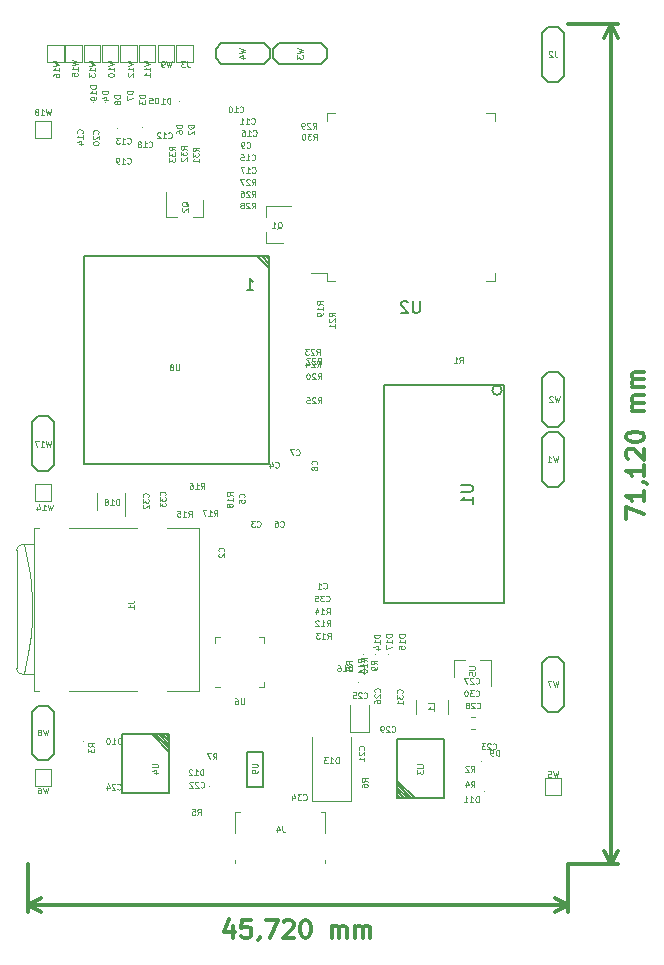
<source format=gbr>
G04 #@! TF.GenerationSoftware,KiCad,Pcbnew,5.0.2*
G04 #@! TF.CreationDate,2019-03-01T11:34:39+03:00*
G04 #@! TF.ProjectId,xmobile,786d6f62-696c-4652-9e6b-696361645f70,rev?*
G04 #@! TF.SameCoordinates,Original*
G04 #@! TF.FileFunction,Legend,Bot*
G04 #@! TF.FilePolarity,Positive*
%FSLAX46Y46*%
G04 Gerber Fmt 4.6, Leading zero omitted, Abs format (unit mm)*
G04 Created by KiCad (PCBNEW 5.0.2) date Пт 01 мар 2019 11:34:39*
%MOMM*%
%LPD*%
G01*
G04 APERTURE LIST*
%ADD10C,0.300000*%
%ADD11C,0.150000*%
%ADD12C,0.120000*%
%ADD13C,0.100000*%
%ADD14C,0.125000*%
G04 APERTURE END LIST*
D10*
X195461571Y-110425714D02*
X195461571Y-109425714D01*
X196961571Y-110068571D01*
X196961571Y-108068571D02*
X196961571Y-108925714D01*
X196961571Y-108497142D02*
X195461571Y-108497142D01*
X195675857Y-108640000D01*
X195818714Y-108782857D01*
X195890142Y-108925714D01*
X196890142Y-107354285D02*
X196961571Y-107354285D01*
X197104428Y-107425714D01*
X197175857Y-107497142D01*
X196961571Y-105925714D02*
X196961571Y-106782857D01*
X196961571Y-106354285D02*
X195461571Y-106354285D01*
X195675857Y-106497142D01*
X195818714Y-106640000D01*
X195890142Y-106782857D01*
X195604428Y-105354285D02*
X195533000Y-105282857D01*
X195461571Y-105140000D01*
X195461571Y-104782857D01*
X195533000Y-104640000D01*
X195604428Y-104568571D01*
X195747285Y-104497142D01*
X195890142Y-104497142D01*
X196104428Y-104568571D01*
X196961571Y-105425714D01*
X196961571Y-104497142D01*
X195461571Y-103568571D02*
X195461571Y-103425714D01*
X195533000Y-103282857D01*
X195604428Y-103211428D01*
X195747285Y-103140000D01*
X196033000Y-103068571D01*
X196390142Y-103068571D01*
X196675857Y-103140000D01*
X196818714Y-103211428D01*
X196890142Y-103282857D01*
X196961571Y-103425714D01*
X196961571Y-103568571D01*
X196890142Y-103711428D01*
X196818714Y-103782857D01*
X196675857Y-103854285D01*
X196390142Y-103925714D01*
X196033000Y-103925714D01*
X195747285Y-103854285D01*
X195604428Y-103782857D01*
X195533000Y-103711428D01*
X195461571Y-103568571D01*
X196961571Y-101282857D02*
X195961571Y-101282857D01*
X196104428Y-101282857D02*
X196033000Y-101211428D01*
X195961571Y-101068571D01*
X195961571Y-100854285D01*
X196033000Y-100711428D01*
X196175857Y-100640000D01*
X196961571Y-100640000D01*
X196175857Y-100640000D02*
X196033000Y-100568571D01*
X195961571Y-100425714D01*
X195961571Y-100211428D01*
X196033000Y-100068571D01*
X196175857Y-99997142D01*
X196961571Y-99997142D01*
X196961571Y-99282857D02*
X195961571Y-99282857D01*
X196104428Y-99282857D02*
X196033000Y-99211428D01*
X195961571Y-99068571D01*
X195961571Y-98854285D01*
X196033000Y-98711428D01*
X196175857Y-98640000D01*
X196961571Y-98640000D01*
X196175857Y-98640000D02*
X196033000Y-98568571D01*
X195961571Y-98425714D01*
X195961571Y-98211428D01*
X196033000Y-98068571D01*
X196175857Y-97997142D01*
X196961571Y-97997142D01*
X194183000Y-139700000D02*
X194183000Y-68580000D01*
X190500000Y-139700000D02*
X194769421Y-139700000D01*
X190500000Y-68580000D02*
X194769421Y-68580000D01*
X194183000Y-68580000D02*
X194769421Y-69706504D01*
X194183000Y-68580000D02*
X193596579Y-69706504D01*
X194183000Y-139700000D02*
X194769421Y-138573496D01*
X194183000Y-139700000D02*
X193596579Y-138573496D01*
X162140000Y-144907571D02*
X162140000Y-145907571D01*
X161782857Y-144336142D02*
X161425714Y-145407571D01*
X162354285Y-145407571D01*
X163640000Y-144407571D02*
X162925714Y-144407571D01*
X162854285Y-145121857D01*
X162925714Y-145050428D01*
X163068571Y-144979000D01*
X163425714Y-144979000D01*
X163568571Y-145050428D01*
X163640000Y-145121857D01*
X163711428Y-145264714D01*
X163711428Y-145621857D01*
X163640000Y-145764714D01*
X163568571Y-145836142D01*
X163425714Y-145907571D01*
X163068571Y-145907571D01*
X162925714Y-145836142D01*
X162854285Y-145764714D01*
X164425714Y-145836142D02*
X164425714Y-145907571D01*
X164354285Y-146050428D01*
X164282857Y-146121857D01*
X164925714Y-144407571D02*
X165925714Y-144407571D01*
X165282857Y-145907571D01*
X166425714Y-144550428D02*
X166497142Y-144479000D01*
X166640000Y-144407571D01*
X166997142Y-144407571D01*
X167140000Y-144479000D01*
X167211428Y-144550428D01*
X167282857Y-144693285D01*
X167282857Y-144836142D01*
X167211428Y-145050428D01*
X166354285Y-145907571D01*
X167282857Y-145907571D01*
X168211428Y-144407571D02*
X168354285Y-144407571D01*
X168497142Y-144479000D01*
X168568571Y-144550428D01*
X168640000Y-144693285D01*
X168711428Y-144979000D01*
X168711428Y-145336142D01*
X168640000Y-145621857D01*
X168568571Y-145764714D01*
X168497142Y-145836142D01*
X168354285Y-145907571D01*
X168211428Y-145907571D01*
X168068571Y-145836142D01*
X167997142Y-145764714D01*
X167925714Y-145621857D01*
X167854285Y-145336142D01*
X167854285Y-144979000D01*
X167925714Y-144693285D01*
X167997142Y-144550428D01*
X168068571Y-144479000D01*
X168211428Y-144407571D01*
X170497142Y-145907571D02*
X170497142Y-144907571D01*
X170497142Y-145050428D02*
X170568571Y-144979000D01*
X170711428Y-144907571D01*
X170925714Y-144907571D01*
X171068571Y-144979000D01*
X171140000Y-145121857D01*
X171140000Y-145907571D01*
X171140000Y-145121857D02*
X171211428Y-144979000D01*
X171354285Y-144907571D01*
X171568571Y-144907571D01*
X171711428Y-144979000D01*
X171782857Y-145121857D01*
X171782857Y-145907571D01*
X172497142Y-145907571D02*
X172497142Y-144907571D01*
X172497142Y-145050428D02*
X172568571Y-144979000D01*
X172711428Y-144907571D01*
X172925714Y-144907571D01*
X173068571Y-144979000D01*
X173140000Y-145121857D01*
X173140000Y-145907571D01*
X173140000Y-145121857D02*
X173211428Y-144979000D01*
X173354285Y-144907571D01*
X173568571Y-144907571D01*
X173711428Y-144979000D01*
X173782857Y-145121857D01*
X173782857Y-145907571D01*
X144780000Y-143129000D02*
X190500000Y-143129000D01*
X144780000Y-139700000D02*
X144780000Y-143715421D01*
X190500000Y-139700000D02*
X190500000Y-143715421D01*
X190500000Y-143129000D02*
X189373496Y-143715421D01*
X190500000Y-143129000D02*
X189373496Y-142542579D01*
X144780000Y-143129000D02*
X145906504Y-143715421D01*
X144780000Y-143129000D02*
X145906504Y-142542579D01*
D11*
G04 #@! TO.C,W3*
X166038000Y-71964100D02*
X169638000Y-71964100D01*
X169638000Y-71964100D02*
X170138000Y-71464100D01*
X170138000Y-71464100D02*
X170138000Y-70664100D01*
X170138000Y-70664100D02*
X169638000Y-70164100D01*
X169638000Y-70164100D02*
X166038000Y-70164100D01*
X166038000Y-70164100D02*
X165538000Y-70664100D01*
X165538000Y-70664100D02*
X165538000Y-71464100D01*
X165538000Y-71464100D02*
X166038000Y-71964100D01*
D12*
G04 #@! TO.C,J1*
X143820000Y-113110000D02*
G75*
G02X144320000Y-112610000I500000J0D01*
G01*
X144320000Y-123610000D02*
G75*
G02X143820000Y-123110000I0J500000D01*
G01*
X145320000Y-111200000D02*
X145720000Y-111200000D01*
X148240000Y-111200000D02*
X154020000Y-111200000D01*
X156540000Y-111200000D02*
X159240000Y-111200000D01*
X148240000Y-125020000D02*
X154020000Y-125020000D01*
X145320000Y-125020000D02*
X145720000Y-125020000D01*
X156540000Y-125020000D02*
X159240000Y-125020000D01*
X159240000Y-125020000D02*
X159240000Y-111200000D01*
X145320000Y-111200000D02*
X145320000Y-125020000D01*
X145320000Y-123610000D02*
X144320000Y-123610000D01*
X145320000Y-112610000D02*
X144320000Y-112610000D01*
X143820000Y-113110000D02*
X143820000Y-123110000D01*
X144420000Y-112610000D02*
X144620000Y-113410000D01*
X144620000Y-113410000D02*
X144920000Y-115110000D01*
X144920000Y-115110000D02*
X145020000Y-115910000D01*
X145020000Y-115910000D02*
X145120000Y-117210000D01*
X145120000Y-117210000D02*
X145120000Y-119010000D01*
X145120000Y-119010000D02*
X145020000Y-120310000D01*
X145020000Y-120310000D02*
X144820000Y-121810000D01*
X144820000Y-121810000D02*
X144520000Y-123110000D01*
X144520000Y-123110000D02*
X144420000Y-123610000D01*
G04 #@! TO.C,J4*
X169970000Y-139600000D02*
X169970000Y-139340000D01*
X169970000Y-137060000D02*
X169970000Y-135290000D01*
X169970000Y-135290000D02*
X169590000Y-135290000D01*
X162350000Y-135290000D02*
X162350000Y-137060000D01*
X162350000Y-139340000D02*
X162350000Y-139600000D01*
X162350000Y-135290000D02*
X162730000Y-135290000D01*
G04 #@! TO.C,C25*
X173646000Y-126207000D02*
X173646000Y-128517000D01*
X173646000Y-128517000D02*
X172076000Y-128517000D01*
X172076000Y-128517000D02*
X172076000Y-126207000D01*
G04 #@! TO.C,C28*
X182627779Y-127192000D02*
X182302221Y-127192000D01*
X182627779Y-128212000D02*
X182302221Y-128212000D01*
D13*
G04 #@! TO.C,D1*
X156562000Y-75125100D02*
G75*
G03X156562000Y-75125100I-50000J0D01*
G01*
G04 #@! TO.C,D2*
X158648000Y-77305400D02*
G75*
G03X158648000Y-77305400I-50000J0D01*
G01*
G04 #@! TO.C,D3*
X154482000Y-77323200D02*
G75*
G03X154482000Y-77323200I-50000J0D01*
G01*
G04 #@! TO.C,D4*
X151368000Y-75211700D02*
G75*
G03X151368000Y-75211700I-50000J0D01*
G01*
G04 #@! TO.C,D5*
X155534000Y-77320300D02*
G75*
G03X155534000Y-77320300I-50000J0D01*
G01*
G04 #@! TO.C,D6*
X157604000Y-75125400D02*
G75*
G03X157604000Y-75125400I-50000J0D01*
G01*
G04 #@! TO.C,D7*
X153443000Y-75140600D02*
G75*
G03X153443000Y-75140600I-50000J0D01*
G01*
G04 #@! TO.C,D8*
X152412000Y-77358700D02*
G75*
G03X152412000Y-77358700I-50000J0D01*
G01*
G04 #@! TO.C,D9*
X183245000Y-130965000D02*
G75*
G03X183245000Y-130965000I-50000J0D01*
G01*
G04 #@! TO.C,D10*
X149465000Y-129291000D02*
G75*
G03X149465000Y-129291000I-50000J0D01*
G01*
G04 #@! TO.C,D11*
X183464000Y-133523000D02*
G75*
G03X183464000Y-133523000I-50000J0D01*
G01*
G04 #@! TO.C,D12*
X160175000Y-133099000D02*
G75*
G03X160175000Y-133099000I-50000J0D01*
G01*
D12*
G04 #@! TO.C,D13*
X172150000Y-134300000D02*
X168850000Y-134300000D01*
X168850000Y-134300000D02*
X168850000Y-128900000D01*
X172150000Y-134300000D02*
X172150000Y-128900000D01*
D13*
G04 #@! TO.C,D14*
X173212000Y-121948000D02*
G75*
G03X173212000Y-121948000I-50000J0D01*
G01*
G04 #@! TO.C,D15*
X175335000Y-121933000D02*
G75*
G03X175335000Y-121933000I-50000J0D01*
G01*
G04 #@! TO.C,D16*
X172755000Y-124300000D02*
G75*
G03X172755000Y-124300000I-50000J0D01*
G01*
G04 #@! TO.C,D17*
X174238000Y-121913000D02*
G75*
G03X174238000Y-121913000I-50000J0D01*
G01*
D12*
G04 #@! TO.C,D18*
X152994000Y-108284000D02*
X152994000Y-110184000D01*
X150674000Y-109684000D02*
X150674000Y-108284000D01*
D13*
G04 #@! TO.C,D19*
X150337000Y-75183500D02*
G75*
G03X150337000Y-75183500I-50000J0D01*
G01*
D11*
G04 #@! TO.C,J2*
X190130000Y-72920000D02*
X190130000Y-69320000D01*
X190130000Y-69320000D02*
X189630000Y-68820000D01*
X189630000Y-68820000D02*
X188830000Y-68820000D01*
X188830000Y-68820000D02*
X188330000Y-69320000D01*
X188330000Y-69320000D02*
X188330000Y-72920000D01*
X188330000Y-72920000D02*
X188830000Y-73420000D01*
X188830000Y-73420000D02*
X189630000Y-73420000D01*
X189630000Y-73420000D02*
X190130000Y-72920000D01*
D12*
G04 #@! TO.C,J3*
X157326000Y-70364100D02*
X157326000Y-71764100D01*
X158726000Y-70364100D02*
X157326000Y-70364100D01*
X158726000Y-71764100D02*
X158726000Y-70364100D01*
X157326000Y-71764100D02*
X158726000Y-71764100D01*
G04 #@! TO.C,L1*
X177608000Y-125739936D02*
X177608000Y-126944064D01*
X180328000Y-125739936D02*
X180328000Y-126944064D01*
G04 #@! TO.C,Q1*
X164940000Y-87086500D02*
X166400000Y-87086500D01*
X164940000Y-83926500D02*
X167100000Y-83926500D01*
X164940000Y-83926500D02*
X164940000Y-84856500D01*
X164940000Y-87086500D02*
X164940000Y-86156500D01*
G04 #@! TO.C,Q2*
X159649000Y-84893100D02*
X158719000Y-84893100D01*
X156489000Y-84893100D02*
X157419000Y-84893100D01*
X156489000Y-84893100D02*
X156489000Y-82733100D01*
X159649000Y-84893100D02*
X159649000Y-83433100D01*
D11*
G04 #@! TO.C,U3*
X176329000Y-134118000D02*
X176029000Y-133818000D01*
X176029000Y-133818000D02*
X176029000Y-133518000D01*
X176029000Y-133518000D02*
X176629000Y-134118000D01*
X176629000Y-134118000D02*
X176929000Y-134118000D01*
X176929000Y-134118000D02*
X176029000Y-133218000D01*
X176029000Y-133218000D02*
X176029000Y-132918000D01*
X176029000Y-132918000D02*
X177229000Y-134118000D01*
X177229000Y-134118000D02*
X177529000Y-134118000D01*
X177529000Y-134118000D02*
X176029000Y-132618000D01*
X180029000Y-129118000D02*
X176029000Y-129118000D01*
X176029000Y-129118000D02*
X176029000Y-134118000D01*
X176029000Y-134118000D02*
X180029000Y-134118000D01*
X180029000Y-134118000D02*
X180029000Y-129118000D01*
G04 #@! TO.C,U4*
X152762000Y-128688000D02*
X152762000Y-133688000D01*
X156762000Y-128688000D02*
X152762000Y-128688000D01*
X156762000Y-133688000D02*
X156762000Y-128688000D01*
X152762000Y-133688000D02*
X156762000Y-133688000D01*
X155262000Y-128688000D02*
X156762000Y-130188000D01*
X155562000Y-128688000D02*
X155262000Y-128688000D01*
X156762000Y-129888000D02*
X155562000Y-128688000D01*
X156762000Y-129588000D02*
X156762000Y-129888000D01*
X155862000Y-128688000D02*
X156762000Y-129588000D01*
X156162000Y-128688000D02*
X155862000Y-128688000D01*
X156762000Y-129288000D02*
X156162000Y-128688000D01*
X156762000Y-128988000D02*
X156762000Y-129288000D01*
X156462000Y-128688000D02*
X156762000Y-128988000D01*
D12*
G04 #@! TO.C,U5*
X180844000Y-122416000D02*
X181774000Y-122416000D01*
X184004000Y-122416000D02*
X183074000Y-122416000D01*
X184004000Y-122416000D02*
X184004000Y-124576000D01*
X180844000Y-122416000D02*
X180844000Y-123876000D01*
D11*
G04 #@! TO.C,U8*
X149518000Y-88176400D02*
X165218000Y-88176400D01*
X165218000Y-88176400D02*
X165218000Y-105776400D01*
X165218000Y-105776400D02*
X149518000Y-105776400D01*
X149518000Y-105776400D02*
X149518000Y-88176400D01*
X164578000Y-88226400D02*
X165178000Y-88826400D01*
X164178000Y-88226400D02*
X165178000Y-89226400D01*
X164978000Y-88226400D02*
X165178000Y-88426400D01*
G04 #@! TO.C,U9*
X164650000Y-131650000D02*
X164650000Y-133150000D01*
X164650000Y-133150000D02*
X163350000Y-133150000D01*
X163350000Y-133150000D02*
X163350000Y-130150000D01*
X163350000Y-130150000D02*
X164650000Y-130150000D01*
X164650000Y-130150000D02*
X164650000Y-131650000D01*
G04 #@! TO.C,W1*
X190130000Y-107210000D02*
X190130000Y-103610000D01*
X190130000Y-103610000D02*
X189630000Y-103110000D01*
X189630000Y-103110000D02*
X188830000Y-103110000D01*
X188830000Y-103110000D02*
X188330000Y-103610000D01*
X188330000Y-103610000D02*
X188330000Y-107210000D01*
X188330000Y-107210000D02*
X188830000Y-107710000D01*
X188830000Y-107710000D02*
X189630000Y-107710000D01*
X189630000Y-107710000D02*
X190130000Y-107210000D01*
G04 #@! TO.C,W2*
X189630000Y-102630000D02*
X190130000Y-102130000D01*
X188830000Y-102630000D02*
X189630000Y-102630000D01*
X188330000Y-102130000D02*
X188830000Y-102630000D01*
X188330000Y-98530000D02*
X188330000Y-102130000D01*
X188830000Y-98030000D02*
X188330000Y-98530000D01*
X189630000Y-98030000D02*
X188830000Y-98030000D01*
X190130000Y-98530000D02*
X189630000Y-98030000D01*
X190130000Y-102130000D02*
X190130000Y-98530000D01*
G04 #@! TO.C,W4*
X165271000Y-70664100D02*
X164771000Y-70164100D01*
X165271000Y-71464100D02*
X165271000Y-70664100D01*
X164771000Y-71964100D02*
X165271000Y-71464100D01*
X161171000Y-71964100D02*
X164771000Y-71964100D01*
X160671000Y-71464100D02*
X161171000Y-71964100D01*
X160671000Y-70664100D02*
X160671000Y-71464100D01*
X161171000Y-70164100D02*
X160671000Y-70664100D01*
X164771000Y-70164100D02*
X161171000Y-70164100D01*
D12*
G04 #@! TO.C,W5*
X188530000Y-132419000D02*
X188530000Y-133819000D01*
X189930000Y-132419000D02*
X188530000Y-132419000D01*
X189930000Y-133819000D02*
X189930000Y-132419000D01*
X188530000Y-133819000D02*
X189930000Y-133819000D01*
G04 #@! TO.C,W6*
X145350000Y-133026000D02*
X146750000Y-133026000D01*
X146750000Y-133026000D02*
X146750000Y-131626000D01*
X146750000Y-131626000D02*
X145350000Y-131626000D01*
X145350000Y-131626000D02*
X145350000Y-133026000D01*
D11*
G04 #@! TO.C,W7*
X189630000Y-126760000D02*
X190130000Y-126260000D01*
X188830000Y-126760000D02*
X189630000Y-126760000D01*
X188330000Y-126260000D02*
X188830000Y-126760000D01*
X188330000Y-122660000D02*
X188330000Y-126260000D01*
X188830000Y-122160000D02*
X188330000Y-122660000D01*
X189630000Y-122160000D02*
X188830000Y-122160000D01*
X190130000Y-122660000D02*
X189630000Y-122160000D01*
X190130000Y-126260000D02*
X190130000Y-122660000D01*
G04 #@! TO.C,W8*
X146950000Y-130360000D02*
X146950000Y-126760000D01*
X146950000Y-126760000D02*
X146450000Y-126260000D01*
X146450000Y-126260000D02*
X145650000Y-126260000D01*
X145650000Y-126260000D02*
X145150000Y-126760000D01*
X145150000Y-126760000D02*
X145150000Y-130360000D01*
X145150000Y-130360000D02*
X145650000Y-130860000D01*
X145650000Y-130860000D02*
X146450000Y-130860000D01*
X146450000Y-130860000D02*
X146950000Y-130360000D01*
D12*
G04 #@! TO.C,W9*
X157161000Y-70364100D02*
X155761000Y-70364100D01*
X155761000Y-70364100D02*
X155761000Y-71764100D01*
X155761000Y-71764100D02*
X157161000Y-71764100D01*
X157161000Y-71764100D02*
X157161000Y-70364100D01*
G04 #@! TO.C,W10*
X152422000Y-71764100D02*
X152422000Y-70364100D01*
X151022000Y-71764100D02*
X152422000Y-71764100D01*
X151022000Y-70364100D02*
X151022000Y-71764100D01*
X152422000Y-70364100D02*
X151022000Y-70364100D01*
G04 #@! TO.C,W11*
X155579000Y-70364100D02*
X154179000Y-70364100D01*
X154179000Y-70364100D02*
X154179000Y-71764100D01*
X154179000Y-71764100D02*
X155579000Y-71764100D01*
X155579000Y-71764100D02*
X155579000Y-70364100D01*
G04 #@! TO.C,W12*
X153994000Y-71764100D02*
X153994000Y-70364100D01*
X152594000Y-71764100D02*
X153994000Y-71764100D01*
X152594000Y-70364100D02*
X152594000Y-71764100D01*
X153994000Y-70364100D02*
X152594000Y-70364100D01*
G04 #@! TO.C,W13*
X150893000Y-71764100D02*
X150893000Y-70364100D01*
X149493000Y-71764100D02*
X150893000Y-71764100D01*
X149493000Y-70364100D02*
X149493000Y-71764100D01*
X150893000Y-70364100D02*
X149493000Y-70364100D01*
G04 #@! TO.C,W14*
X146750000Y-107532000D02*
X145350000Y-107532000D01*
X145350000Y-107532000D02*
X145350000Y-108932000D01*
X145350000Y-108932000D02*
X146750000Y-108932000D01*
X146750000Y-108932000D02*
X146750000Y-107532000D01*
G04 #@! TO.C,W15*
X149359000Y-70364100D02*
X147959000Y-70364100D01*
X147959000Y-70364100D02*
X147959000Y-71764100D01*
X147959000Y-71764100D02*
X149359000Y-71764100D01*
X149359000Y-71764100D02*
X149359000Y-70364100D01*
G04 #@! TO.C,W16*
X147832000Y-71764100D02*
X147832000Y-70364100D01*
X146432000Y-71764100D02*
X147832000Y-71764100D01*
X146432000Y-70364100D02*
X146432000Y-71764100D01*
X147832000Y-70364100D02*
X146432000Y-70364100D01*
D11*
G04 #@! TO.C,W17*
X145650000Y-101764000D02*
X145150000Y-102264000D01*
X146450000Y-101764000D02*
X145650000Y-101764000D01*
X146950000Y-102264000D02*
X146450000Y-101764000D01*
X146950000Y-105864000D02*
X146950000Y-102264000D01*
X146450000Y-106364000D02*
X146950000Y-105864000D01*
X145650000Y-106364000D02*
X146450000Y-106364000D01*
X145150000Y-105864000D02*
X145650000Y-106364000D01*
X145150000Y-102264000D02*
X145150000Y-105864000D01*
D12*
G04 #@! TO.C,W18*
X146750000Y-76770000D02*
X145350000Y-76770000D01*
X145350000Y-76770000D02*
X145350000Y-78170000D01*
X145350000Y-78170000D02*
X146750000Y-78170000D01*
X146750000Y-78170000D02*
X146750000Y-76770000D01*
D11*
G04 #@! TO.C,U1*
X174904000Y-117561000D02*
X174904000Y-99151000D01*
X174904000Y-99151000D02*
X185064000Y-99151000D01*
X185064000Y-99151000D02*
X185064000Y-117561000D01*
X185064000Y-117561000D02*
X174904000Y-117561000D01*
X184904000Y-99556000D02*
G75*
G03X184904000Y-99556000I-400000J0D01*
G01*
D12*
G04 #@! TO.C,U2*
X170780000Y-90320400D02*
X170080000Y-90320400D01*
X170080000Y-90320400D02*
X170080000Y-89620400D01*
X183600000Y-90320400D02*
X184300000Y-90320400D01*
X184300000Y-90320400D02*
X184300000Y-89620400D01*
X170780000Y-76100400D02*
X170080000Y-76100400D01*
X170080000Y-76100400D02*
X170080000Y-76800400D01*
X183600000Y-76100400D02*
X184300000Y-76100400D01*
X184300000Y-76100400D02*
X184300000Y-76800400D01*
X170080000Y-89620400D02*
X168790000Y-89620400D01*
G04 #@! TO.C,U6*
X164335000Y-124710000D02*
X164810000Y-124710000D01*
X164810000Y-124710000D02*
X164810000Y-124235000D01*
X161065000Y-120490000D02*
X160590000Y-120490000D01*
X160590000Y-120490000D02*
X160590000Y-120965000D01*
X164335000Y-120490000D02*
X164810000Y-120490000D01*
X164810000Y-120490000D02*
X164810000Y-120965000D01*
X161065000Y-124710000D02*
X160590000Y-124710000D01*
G04 #@! TO.C,W3*
D14*
X167564190Y-70611719D02*
X168064190Y-70730766D01*
X167707047Y-70826004D01*
X168064190Y-70921242D01*
X167564190Y-71040290D01*
X167564190Y-71183147D02*
X167564190Y-71492671D01*
X167754666Y-71326004D01*
X167754666Y-71397433D01*
X167778476Y-71445052D01*
X167802285Y-71468861D01*
X167849904Y-71492671D01*
X167968952Y-71492671D01*
X168016571Y-71468861D01*
X168040380Y-71445052D01*
X168064190Y-71397433D01*
X168064190Y-71254576D01*
X168040380Y-71206957D01*
X168016571Y-71183147D01*
G04 #@! TO.C,J1*
X153269190Y-117562333D02*
X153626333Y-117562333D01*
X153697761Y-117538523D01*
X153745380Y-117490904D01*
X153769190Y-117419476D01*
X153769190Y-117371857D01*
X153769190Y-118062333D02*
X153769190Y-117776619D01*
X153769190Y-117919476D02*
X153269190Y-117919476D01*
X153340619Y-117871857D01*
X153388238Y-117824238D01*
X153412047Y-117776619D01*
G04 #@! TO.C,J4*
X166326666Y-136472190D02*
X166326666Y-136829333D01*
X166350476Y-136900761D01*
X166398095Y-136948380D01*
X166469523Y-136972190D01*
X166517142Y-136972190D01*
X165874285Y-136638857D02*
X165874285Y-136972190D01*
X165993333Y-136448380D02*
X166112380Y-136805523D01*
X165802857Y-136805523D01*
G04 #@! TO.C,C2*
X161348571Y-113201666D02*
X161372380Y-113177857D01*
X161396190Y-113106428D01*
X161396190Y-113058809D01*
X161372380Y-112987380D01*
X161324761Y-112939761D01*
X161277142Y-112915952D01*
X161181904Y-112892142D01*
X161110476Y-112892142D01*
X161015238Y-112915952D01*
X160967619Y-112939761D01*
X160920000Y-112987380D01*
X160896190Y-113058809D01*
X160896190Y-113106428D01*
X160920000Y-113177857D01*
X160943809Y-113201666D01*
X160943809Y-113392142D02*
X160920000Y-113415952D01*
X160896190Y-113463571D01*
X160896190Y-113582619D01*
X160920000Y-113630238D01*
X160943809Y-113654047D01*
X160991428Y-113677857D01*
X161039047Y-113677857D01*
X161110476Y-113654047D01*
X161396190Y-113368333D01*
X161396190Y-113677857D01*
G04 #@! TO.C,C3*
X164167333Y-111074971D02*
X164191142Y-111098780D01*
X164262571Y-111122590D01*
X164310190Y-111122590D01*
X164381619Y-111098780D01*
X164429238Y-111051161D01*
X164453047Y-111003542D01*
X164476857Y-110908304D01*
X164476857Y-110836876D01*
X164453047Y-110741638D01*
X164429238Y-110694019D01*
X164381619Y-110646400D01*
X164310190Y-110622590D01*
X164262571Y-110622590D01*
X164191142Y-110646400D01*
X164167333Y-110670209D01*
X164000666Y-110622590D02*
X163691142Y-110622590D01*
X163857809Y-110813066D01*
X163786380Y-110813066D01*
X163738761Y-110836876D01*
X163714952Y-110860685D01*
X163691142Y-110908304D01*
X163691142Y-111027352D01*
X163714952Y-111074971D01*
X163738761Y-111098780D01*
X163786380Y-111122590D01*
X163929238Y-111122590D01*
X163976857Y-111098780D01*
X164000666Y-111074971D01*
G04 #@! TO.C,C4*
X165734133Y-106068971D02*
X165757942Y-106092780D01*
X165829371Y-106116590D01*
X165876990Y-106116590D01*
X165948419Y-106092780D01*
X165996038Y-106045161D01*
X166019847Y-105997542D01*
X166043657Y-105902304D01*
X166043657Y-105830876D01*
X166019847Y-105735638D01*
X165996038Y-105688019D01*
X165948419Y-105640400D01*
X165876990Y-105616590D01*
X165829371Y-105616590D01*
X165757942Y-105640400D01*
X165734133Y-105664209D01*
X165305561Y-105783257D02*
X165305561Y-106116590D01*
X165424609Y-105592780D02*
X165543657Y-105949923D01*
X165234133Y-105949923D01*
G04 #@! TO.C,C5*
X163093971Y-108628666D02*
X163117780Y-108604857D01*
X163141590Y-108533428D01*
X163141590Y-108485809D01*
X163117780Y-108414380D01*
X163070161Y-108366761D01*
X163022542Y-108342952D01*
X162927304Y-108319142D01*
X162855876Y-108319142D01*
X162760638Y-108342952D01*
X162713019Y-108366761D01*
X162665400Y-108414380D01*
X162641590Y-108485809D01*
X162641590Y-108533428D01*
X162665400Y-108604857D01*
X162689209Y-108628666D01*
X162641590Y-109081047D02*
X162641590Y-108842952D01*
X162879685Y-108819142D01*
X162855876Y-108842952D01*
X162832066Y-108890571D01*
X162832066Y-109009619D01*
X162855876Y-109057238D01*
X162879685Y-109081047D01*
X162927304Y-109104857D01*
X163046352Y-109104857D01*
X163093971Y-109081047D01*
X163117780Y-109057238D01*
X163141590Y-109009619D01*
X163141590Y-108890571D01*
X163117780Y-108842952D01*
X163093971Y-108819142D01*
G04 #@! TO.C,C6*
X166148133Y-111074971D02*
X166171942Y-111098780D01*
X166243371Y-111122590D01*
X166290990Y-111122590D01*
X166362419Y-111098780D01*
X166410038Y-111051161D01*
X166433847Y-111003542D01*
X166457657Y-110908304D01*
X166457657Y-110836876D01*
X166433847Y-110741638D01*
X166410038Y-110694019D01*
X166362419Y-110646400D01*
X166290990Y-110622590D01*
X166243371Y-110622590D01*
X166171942Y-110646400D01*
X166148133Y-110670209D01*
X165719561Y-110622590D02*
X165814800Y-110622590D01*
X165862419Y-110646400D01*
X165886228Y-110670209D01*
X165933847Y-110741638D01*
X165957657Y-110836876D01*
X165957657Y-111027352D01*
X165933847Y-111074971D01*
X165910038Y-111098780D01*
X165862419Y-111122590D01*
X165767180Y-111122590D01*
X165719561Y-111098780D01*
X165695752Y-111074971D01*
X165671942Y-111027352D01*
X165671942Y-110908304D01*
X165695752Y-110860685D01*
X165719561Y-110836876D01*
X165767180Y-110813066D01*
X165862419Y-110813066D01*
X165910038Y-110836876D01*
X165933847Y-110860685D01*
X165957657Y-110908304D01*
G04 #@! TO.C,C7*
X167483333Y-105023971D02*
X167507142Y-105047780D01*
X167578571Y-105071590D01*
X167626190Y-105071590D01*
X167697619Y-105047780D01*
X167745238Y-105000161D01*
X167769047Y-104952542D01*
X167792857Y-104857304D01*
X167792857Y-104785876D01*
X167769047Y-104690638D01*
X167745238Y-104643019D01*
X167697619Y-104595400D01*
X167626190Y-104571590D01*
X167578571Y-104571590D01*
X167507142Y-104595400D01*
X167483333Y-104619209D01*
X167316666Y-104571590D02*
X166983333Y-104571590D01*
X167197619Y-105071590D01*
G04 #@! TO.C,C8*
X169238971Y-105827866D02*
X169262780Y-105804057D01*
X169286590Y-105732628D01*
X169286590Y-105685009D01*
X169262780Y-105613580D01*
X169215161Y-105565961D01*
X169167542Y-105542152D01*
X169072304Y-105518342D01*
X169000876Y-105518342D01*
X168905638Y-105542152D01*
X168858019Y-105565961D01*
X168810400Y-105613580D01*
X168786590Y-105685009D01*
X168786590Y-105732628D01*
X168810400Y-105804057D01*
X168834209Y-105827866D01*
X169000876Y-106113580D02*
X168977066Y-106065961D01*
X168953257Y-106042152D01*
X168905638Y-106018342D01*
X168881828Y-106018342D01*
X168834209Y-106042152D01*
X168810400Y-106065961D01*
X168786590Y-106113580D01*
X168786590Y-106208819D01*
X168810400Y-106256438D01*
X168834209Y-106280247D01*
X168881828Y-106304057D01*
X168905638Y-106304057D01*
X168953257Y-106280247D01*
X168977066Y-106256438D01*
X169000876Y-106208819D01*
X169000876Y-106113580D01*
X169024685Y-106065961D01*
X169048495Y-106042152D01*
X169096114Y-106018342D01*
X169191352Y-106018342D01*
X169238971Y-106042152D01*
X169262780Y-106065961D01*
X169286590Y-106113580D01*
X169286590Y-106208819D01*
X169262780Y-106256438D01*
X169238971Y-106280247D01*
X169191352Y-106304057D01*
X169096114Y-106304057D01*
X169048495Y-106280247D01*
X169024685Y-106256438D01*
X169000876Y-106208819D01*
G04 #@! TO.C,C9*
X163305833Y-78989671D02*
X163329642Y-79013480D01*
X163401071Y-79037290D01*
X163448690Y-79037290D01*
X163520119Y-79013480D01*
X163567738Y-78965861D01*
X163591547Y-78918242D01*
X163615357Y-78823004D01*
X163615357Y-78751576D01*
X163591547Y-78656338D01*
X163567738Y-78608719D01*
X163520119Y-78561100D01*
X163448690Y-78537290D01*
X163401071Y-78537290D01*
X163329642Y-78561100D01*
X163305833Y-78584909D01*
X163067738Y-79037290D02*
X162972500Y-79037290D01*
X162924880Y-79013480D01*
X162901071Y-78989671D01*
X162853452Y-78918242D01*
X162829642Y-78823004D01*
X162829642Y-78632528D01*
X162853452Y-78584909D01*
X162877261Y-78561100D01*
X162924880Y-78537290D01*
X163020119Y-78537290D01*
X163067738Y-78561100D01*
X163091547Y-78584909D01*
X163115357Y-78632528D01*
X163115357Y-78751576D01*
X163091547Y-78799195D01*
X163067738Y-78823004D01*
X163020119Y-78846814D01*
X162924880Y-78846814D01*
X162877261Y-78823004D01*
X162853452Y-78799195D01*
X162829642Y-78751576D01*
G04 #@! TO.C,C10*
X162721028Y-75974671D02*
X162744838Y-75998480D01*
X162816266Y-76022290D01*
X162863885Y-76022290D01*
X162935314Y-75998480D01*
X162982933Y-75950861D01*
X163006742Y-75903242D01*
X163030552Y-75808004D01*
X163030552Y-75736576D01*
X163006742Y-75641338D01*
X162982933Y-75593719D01*
X162935314Y-75546100D01*
X162863885Y-75522290D01*
X162816266Y-75522290D01*
X162744838Y-75546100D01*
X162721028Y-75569909D01*
X162244838Y-76022290D02*
X162530552Y-76022290D01*
X162387695Y-76022290D02*
X162387695Y-75522290D01*
X162435314Y-75593719D01*
X162482933Y-75641338D01*
X162530552Y-75665147D01*
X161935314Y-75522290D02*
X161887695Y-75522290D01*
X161840076Y-75546100D01*
X161816266Y-75569909D01*
X161792457Y-75617528D01*
X161768647Y-75712766D01*
X161768647Y-75831814D01*
X161792457Y-75927052D01*
X161816266Y-75974671D01*
X161840076Y-75998480D01*
X161887695Y-76022290D01*
X161935314Y-76022290D01*
X161982933Y-75998480D01*
X162006742Y-75974671D01*
X162030552Y-75927052D01*
X162054361Y-75831814D01*
X162054361Y-75712766D01*
X162030552Y-75617528D01*
X162006742Y-75569909D01*
X161982933Y-75546100D01*
X161935314Y-75522290D01*
G04 #@! TO.C,C11*
X163701328Y-76957671D02*
X163725138Y-76981480D01*
X163796566Y-77005290D01*
X163844185Y-77005290D01*
X163915614Y-76981480D01*
X163963233Y-76933861D01*
X163987042Y-76886242D01*
X164010852Y-76791004D01*
X164010852Y-76719576D01*
X163987042Y-76624338D01*
X163963233Y-76576719D01*
X163915614Y-76529100D01*
X163844185Y-76505290D01*
X163796566Y-76505290D01*
X163725138Y-76529100D01*
X163701328Y-76552909D01*
X163225138Y-77005290D02*
X163510852Y-77005290D01*
X163367995Y-77005290D02*
X163367995Y-76505290D01*
X163415614Y-76576719D01*
X163463233Y-76624338D01*
X163510852Y-76648147D01*
X162748947Y-77005290D02*
X163034661Y-77005290D01*
X162891804Y-77005290D02*
X162891804Y-76505290D01*
X162939423Y-76576719D01*
X162987042Y-76624338D01*
X163034661Y-76648147D01*
G04 #@! TO.C,C12*
X156666929Y-78164424D02*
X156690739Y-78188233D01*
X156762167Y-78212043D01*
X156809786Y-78212043D01*
X156881215Y-78188233D01*
X156928834Y-78140614D01*
X156952643Y-78092995D01*
X156976453Y-77997757D01*
X156976453Y-77926329D01*
X156952643Y-77831091D01*
X156928834Y-77783472D01*
X156881215Y-77735853D01*
X156809786Y-77712043D01*
X156762167Y-77712043D01*
X156690739Y-77735853D01*
X156666929Y-77759662D01*
X156190739Y-78212043D02*
X156476453Y-78212043D01*
X156333596Y-78212043D02*
X156333596Y-77712043D01*
X156381215Y-77783472D01*
X156428834Y-77831091D01*
X156476453Y-77854900D01*
X156000262Y-77759662D02*
X155976453Y-77735853D01*
X155928834Y-77712043D01*
X155809786Y-77712043D01*
X155762167Y-77735853D01*
X155738358Y-77759662D01*
X155714548Y-77807281D01*
X155714548Y-77854900D01*
X155738358Y-77926329D01*
X156024072Y-78212043D01*
X155714548Y-78212043D01*
G04 #@! TO.C,C13*
X153193668Y-78634071D02*
X153217478Y-78657880D01*
X153288906Y-78681690D01*
X153336525Y-78681690D01*
X153407954Y-78657880D01*
X153455573Y-78610261D01*
X153479382Y-78562642D01*
X153503192Y-78467404D01*
X153503192Y-78395976D01*
X153479382Y-78300738D01*
X153455573Y-78253119D01*
X153407954Y-78205500D01*
X153336525Y-78181690D01*
X153288906Y-78181690D01*
X153217478Y-78205500D01*
X153193668Y-78229309D01*
X152717478Y-78681690D02*
X153003192Y-78681690D01*
X152860335Y-78681690D02*
X152860335Y-78181690D01*
X152907954Y-78253119D01*
X152955573Y-78300738D01*
X153003192Y-78324547D01*
X152550811Y-78181690D02*
X152241287Y-78181690D01*
X152407954Y-78372166D01*
X152336525Y-78372166D01*
X152288906Y-78395976D01*
X152265097Y-78419785D01*
X152241287Y-78467404D01*
X152241287Y-78586452D01*
X152265097Y-78634071D01*
X152288906Y-78657880D01*
X152336525Y-78681690D01*
X152479382Y-78681690D01*
X152527001Y-78657880D01*
X152550811Y-78634071D01*
G04 #@! TO.C,C14*
X149383051Y-77780991D02*
X149406860Y-77757181D01*
X149430670Y-77685753D01*
X149430670Y-77638134D01*
X149406860Y-77566705D01*
X149359241Y-77519086D01*
X149311622Y-77495277D01*
X149216384Y-77471467D01*
X149144956Y-77471467D01*
X149049718Y-77495277D01*
X149002099Y-77519086D01*
X148954480Y-77566705D01*
X148930670Y-77638134D01*
X148930670Y-77685753D01*
X148954480Y-77757181D01*
X148978289Y-77780991D01*
X149430670Y-78257181D02*
X149430670Y-77971467D01*
X149430670Y-78114324D02*
X148930670Y-78114324D01*
X149002099Y-78066705D01*
X149049718Y-78019086D01*
X149073527Y-77971467D01*
X149097337Y-78685753D02*
X149430670Y-78685753D01*
X148906860Y-78566705D02*
X149264003Y-78447658D01*
X149264003Y-78757181D01*
G04 #@! TO.C,C15*
X163716928Y-80031071D02*
X163740738Y-80054880D01*
X163812166Y-80078690D01*
X163859785Y-80078690D01*
X163931214Y-80054880D01*
X163978833Y-80007261D01*
X164002642Y-79959642D01*
X164026452Y-79864404D01*
X164026452Y-79792976D01*
X164002642Y-79697738D01*
X163978833Y-79650119D01*
X163931214Y-79602500D01*
X163859785Y-79578690D01*
X163812166Y-79578690D01*
X163740738Y-79602500D01*
X163716928Y-79626309D01*
X163240738Y-80078690D02*
X163526452Y-80078690D01*
X163383595Y-80078690D02*
X163383595Y-79578690D01*
X163431214Y-79650119D01*
X163478833Y-79697738D01*
X163526452Y-79721547D01*
X162788357Y-79578690D02*
X163026452Y-79578690D01*
X163050261Y-79816785D01*
X163026452Y-79792976D01*
X162978833Y-79769166D01*
X162859785Y-79769166D01*
X162812166Y-79792976D01*
X162788357Y-79816785D01*
X162764547Y-79864404D01*
X162764547Y-79983452D01*
X162788357Y-80031071D01*
X162812166Y-80054880D01*
X162859785Y-80078690D01*
X162978833Y-80078690D01*
X163026452Y-80054880D01*
X163050261Y-80031071D01*
G04 #@! TO.C,C16*
X163841028Y-77973671D02*
X163864838Y-77997480D01*
X163936266Y-78021290D01*
X163983885Y-78021290D01*
X164055314Y-77997480D01*
X164102933Y-77949861D01*
X164126742Y-77902242D01*
X164150552Y-77807004D01*
X164150552Y-77735576D01*
X164126742Y-77640338D01*
X164102933Y-77592719D01*
X164055314Y-77545100D01*
X163983885Y-77521290D01*
X163936266Y-77521290D01*
X163864838Y-77545100D01*
X163841028Y-77568909D01*
X163364838Y-78021290D02*
X163650552Y-78021290D01*
X163507695Y-78021290D02*
X163507695Y-77521290D01*
X163555314Y-77592719D01*
X163602933Y-77640338D01*
X163650552Y-77664147D01*
X162936266Y-77521290D02*
X163031504Y-77521290D01*
X163079123Y-77545100D01*
X163102933Y-77568909D01*
X163150552Y-77640338D01*
X163174361Y-77735576D01*
X163174361Y-77926052D01*
X163150552Y-77973671D01*
X163126742Y-77997480D01*
X163079123Y-78021290D01*
X162983885Y-78021290D01*
X162936266Y-77997480D01*
X162912457Y-77973671D01*
X162888647Y-77926052D01*
X162888647Y-77807004D01*
X162912457Y-77759385D01*
X162936266Y-77735576D01*
X162983885Y-77711766D01*
X163079123Y-77711766D01*
X163126742Y-77735576D01*
X163150552Y-77759385D01*
X163174361Y-77807004D01*
G04 #@! TO.C,C17*
X163759828Y-81118191D02*
X163783638Y-81142000D01*
X163855066Y-81165810D01*
X163902685Y-81165810D01*
X163974114Y-81142000D01*
X164021733Y-81094381D01*
X164045542Y-81046762D01*
X164069352Y-80951524D01*
X164069352Y-80880096D01*
X164045542Y-80784858D01*
X164021733Y-80737239D01*
X163974114Y-80689620D01*
X163902685Y-80665810D01*
X163855066Y-80665810D01*
X163783638Y-80689620D01*
X163759828Y-80713429D01*
X163283638Y-81165810D02*
X163569352Y-81165810D01*
X163426495Y-81165810D02*
X163426495Y-80665810D01*
X163474114Y-80737239D01*
X163521733Y-80784858D01*
X163569352Y-80808667D01*
X163116971Y-80665810D02*
X162783638Y-80665810D01*
X162997923Y-81165810D01*
G04 #@! TO.C,C18*
X155018028Y-78941471D02*
X155041838Y-78965280D01*
X155113266Y-78989090D01*
X155160885Y-78989090D01*
X155232314Y-78965280D01*
X155279933Y-78917661D01*
X155303742Y-78870042D01*
X155327552Y-78774804D01*
X155327552Y-78703376D01*
X155303742Y-78608138D01*
X155279933Y-78560519D01*
X155232314Y-78512900D01*
X155160885Y-78489090D01*
X155113266Y-78489090D01*
X155041838Y-78512900D01*
X155018028Y-78536709D01*
X154541838Y-78989090D02*
X154827552Y-78989090D01*
X154684695Y-78989090D02*
X154684695Y-78489090D01*
X154732314Y-78560519D01*
X154779933Y-78608138D01*
X154827552Y-78631947D01*
X154256123Y-78703376D02*
X154303742Y-78679566D01*
X154327552Y-78655757D01*
X154351361Y-78608138D01*
X154351361Y-78584328D01*
X154327552Y-78536709D01*
X154303742Y-78512900D01*
X154256123Y-78489090D01*
X154160885Y-78489090D01*
X154113266Y-78512900D01*
X154089457Y-78536709D01*
X154065647Y-78584328D01*
X154065647Y-78608138D01*
X154089457Y-78655757D01*
X154113266Y-78679566D01*
X154160885Y-78703376D01*
X154256123Y-78703376D01*
X154303742Y-78727185D01*
X154327552Y-78750995D01*
X154351361Y-78798614D01*
X154351361Y-78893852D01*
X154327552Y-78941471D01*
X154303742Y-78965280D01*
X154256123Y-78989090D01*
X154160885Y-78989090D01*
X154113266Y-78965280D01*
X154089457Y-78941471D01*
X154065647Y-78893852D01*
X154065647Y-78798614D01*
X154089457Y-78750995D01*
X154113266Y-78727185D01*
X154160885Y-78703376D01*
G04 #@! TO.C,C19*
X153193868Y-80333371D02*
X153217678Y-80357180D01*
X153289106Y-80380990D01*
X153336725Y-80380990D01*
X153408154Y-80357180D01*
X153455773Y-80309561D01*
X153479582Y-80261942D01*
X153503392Y-80166704D01*
X153503392Y-80095276D01*
X153479582Y-80000038D01*
X153455773Y-79952419D01*
X153408154Y-79904800D01*
X153336725Y-79880990D01*
X153289106Y-79880990D01*
X153217678Y-79904800D01*
X153193868Y-79928609D01*
X152717678Y-80380990D02*
X153003392Y-80380990D01*
X152860535Y-80380990D02*
X152860535Y-79880990D01*
X152908154Y-79952419D01*
X152955773Y-80000038D01*
X153003392Y-80023847D01*
X152479582Y-80380990D02*
X152384344Y-80380990D01*
X152336725Y-80357180D01*
X152312916Y-80333371D01*
X152265297Y-80261942D01*
X152241487Y-80166704D01*
X152241487Y-79976228D01*
X152265297Y-79928609D01*
X152289106Y-79904800D01*
X152336725Y-79880990D01*
X152431963Y-79880990D01*
X152479582Y-79904800D01*
X152503392Y-79928609D01*
X152527201Y-79976228D01*
X152527201Y-80095276D01*
X152503392Y-80142895D01*
X152479582Y-80166704D01*
X152431963Y-80190514D01*
X152336725Y-80190514D01*
X152289106Y-80166704D01*
X152265297Y-80142895D01*
X152241487Y-80095276D01*
G04 #@! TO.C,C20*
X150734771Y-77826471D02*
X150758580Y-77802661D01*
X150782390Y-77731233D01*
X150782390Y-77683614D01*
X150758580Y-77612185D01*
X150710961Y-77564566D01*
X150663342Y-77540757D01*
X150568104Y-77516947D01*
X150496676Y-77516947D01*
X150401438Y-77540757D01*
X150353819Y-77564566D01*
X150306200Y-77612185D01*
X150282390Y-77683614D01*
X150282390Y-77731233D01*
X150306200Y-77802661D01*
X150330009Y-77826471D01*
X150330009Y-78016947D02*
X150306200Y-78040757D01*
X150282390Y-78088376D01*
X150282390Y-78207423D01*
X150306200Y-78255042D01*
X150330009Y-78278852D01*
X150377628Y-78302661D01*
X150425247Y-78302661D01*
X150496676Y-78278852D01*
X150782390Y-77993138D01*
X150782390Y-78302661D01*
X150282390Y-78612185D02*
X150282390Y-78659804D01*
X150306200Y-78707423D01*
X150330009Y-78731233D01*
X150377628Y-78755042D01*
X150472866Y-78778852D01*
X150591914Y-78778852D01*
X150687152Y-78755042D01*
X150734771Y-78731233D01*
X150758580Y-78707423D01*
X150782390Y-78659804D01*
X150782390Y-78612185D01*
X150758580Y-78564566D01*
X150734771Y-78540757D01*
X150687152Y-78516947D01*
X150591914Y-78493138D01*
X150472866Y-78493138D01*
X150377628Y-78516947D01*
X150330009Y-78540757D01*
X150306200Y-78564566D01*
X150282390Y-78612185D01*
G04 #@! TO.C,C21*
X173227571Y-129985571D02*
X173251380Y-129961761D01*
X173275190Y-129890333D01*
X173275190Y-129842714D01*
X173251380Y-129771285D01*
X173203761Y-129723666D01*
X173156142Y-129699857D01*
X173060904Y-129676047D01*
X172989476Y-129676047D01*
X172894238Y-129699857D01*
X172846619Y-129723666D01*
X172799000Y-129771285D01*
X172775190Y-129842714D01*
X172775190Y-129890333D01*
X172799000Y-129961761D01*
X172822809Y-129985571D01*
X172822809Y-130176047D02*
X172799000Y-130199857D01*
X172775190Y-130247476D01*
X172775190Y-130366523D01*
X172799000Y-130414142D01*
X172822809Y-130437952D01*
X172870428Y-130461761D01*
X172918047Y-130461761D01*
X172989476Y-130437952D01*
X173275190Y-130152238D01*
X173275190Y-130461761D01*
X173275190Y-130937952D02*
X173275190Y-130652238D01*
X173275190Y-130795095D02*
X172775190Y-130795095D01*
X172846619Y-130747476D01*
X172894238Y-130699857D01*
X172918047Y-130652238D01*
G04 #@! TO.C,C22*
X159399428Y-133159571D02*
X159423238Y-133183380D01*
X159494666Y-133207190D01*
X159542285Y-133207190D01*
X159613714Y-133183380D01*
X159661333Y-133135761D01*
X159685142Y-133088142D01*
X159708952Y-132992904D01*
X159708952Y-132921476D01*
X159685142Y-132826238D01*
X159661333Y-132778619D01*
X159613714Y-132731000D01*
X159542285Y-132707190D01*
X159494666Y-132707190D01*
X159423238Y-132731000D01*
X159399428Y-132754809D01*
X159208952Y-132754809D02*
X159185142Y-132731000D01*
X159137523Y-132707190D01*
X159018476Y-132707190D01*
X158970857Y-132731000D01*
X158947047Y-132754809D01*
X158923238Y-132802428D01*
X158923238Y-132850047D01*
X158947047Y-132921476D01*
X159232761Y-133207190D01*
X158923238Y-133207190D01*
X158732761Y-132754809D02*
X158708952Y-132731000D01*
X158661333Y-132707190D01*
X158542285Y-132707190D01*
X158494666Y-132731000D01*
X158470857Y-132754809D01*
X158447047Y-132802428D01*
X158447047Y-132850047D01*
X158470857Y-132921476D01*
X158756571Y-133207190D01*
X158447047Y-133207190D01*
G04 #@! TO.C,C23*
X184143428Y-129906571D02*
X184167238Y-129930380D01*
X184238666Y-129954190D01*
X184286285Y-129954190D01*
X184357714Y-129930380D01*
X184405333Y-129882761D01*
X184429142Y-129835142D01*
X184452952Y-129739904D01*
X184452952Y-129668476D01*
X184429142Y-129573238D01*
X184405333Y-129525619D01*
X184357714Y-129478000D01*
X184286285Y-129454190D01*
X184238666Y-129454190D01*
X184167238Y-129478000D01*
X184143428Y-129501809D01*
X183952952Y-129501809D02*
X183929142Y-129478000D01*
X183881523Y-129454190D01*
X183762476Y-129454190D01*
X183714857Y-129478000D01*
X183691047Y-129501809D01*
X183667238Y-129549428D01*
X183667238Y-129597047D01*
X183691047Y-129668476D01*
X183976761Y-129954190D01*
X183667238Y-129954190D01*
X183500571Y-129454190D02*
X183191047Y-129454190D01*
X183357714Y-129644666D01*
X183286285Y-129644666D01*
X183238666Y-129668476D01*
X183214857Y-129692285D01*
X183191047Y-129739904D01*
X183191047Y-129858952D01*
X183214857Y-129906571D01*
X183238666Y-129930380D01*
X183286285Y-129954190D01*
X183429142Y-129954190D01*
X183476761Y-129930380D01*
X183500571Y-129906571D01*
G04 #@! TO.C,C24*
X152358428Y-133320571D02*
X152382238Y-133344380D01*
X152453666Y-133368190D01*
X152501285Y-133368190D01*
X152572714Y-133344380D01*
X152620333Y-133296761D01*
X152644142Y-133249142D01*
X152667952Y-133153904D01*
X152667952Y-133082476D01*
X152644142Y-132987238D01*
X152620333Y-132939619D01*
X152572714Y-132892000D01*
X152501285Y-132868190D01*
X152453666Y-132868190D01*
X152382238Y-132892000D01*
X152358428Y-132915809D01*
X152167952Y-132915809D02*
X152144142Y-132892000D01*
X152096523Y-132868190D01*
X151977476Y-132868190D01*
X151929857Y-132892000D01*
X151906047Y-132915809D01*
X151882238Y-132963428D01*
X151882238Y-133011047D01*
X151906047Y-133082476D01*
X152191761Y-133368190D01*
X151882238Y-133368190D01*
X151453666Y-133034857D02*
X151453666Y-133368190D01*
X151572714Y-132844380D02*
X151691761Y-133201523D01*
X151382238Y-133201523D01*
G04 #@! TO.C,C25*
X173221315Y-125578621D02*
X173245125Y-125602430D01*
X173316553Y-125626240D01*
X173364172Y-125626240D01*
X173435601Y-125602430D01*
X173483220Y-125554811D01*
X173507029Y-125507192D01*
X173530839Y-125411954D01*
X173530839Y-125340526D01*
X173507029Y-125245288D01*
X173483220Y-125197669D01*
X173435601Y-125150050D01*
X173364172Y-125126240D01*
X173316553Y-125126240D01*
X173245125Y-125150050D01*
X173221315Y-125173859D01*
X173030839Y-125173859D02*
X173007029Y-125150050D01*
X172959410Y-125126240D01*
X172840363Y-125126240D01*
X172792744Y-125150050D01*
X172768934Y-125173859D01*
X172745125Y-125221478D01*
X172745125Y-125269097D01*
X172768934Y-125340526D01*
X173054648Y-125626240D01*
X172745125Y-125626240D01*
X172292744Y-125126240D02*
X172530839Y-125126240D01*
X172554648Y-125364335D01*
X172530839Y-125340526D01*
X172483220Y-125316716D01*
X172364172Y-125316716D01*
X172316553Y-125340526D01*
X172292744Y-125364335D01*
X172268934Y-125411954D01*
X172268934Y-125531002D01*
X172292744Y-125578621D01*
X172316553Y-125602430D01*
X172364172Y-125626240D01*
X172483220Y-125626240D01*
X172530839Y-125602430D01*
X172554648Y-125578621D01*
G04 #@! TO.C,C26*
X174578571Y-125094571D02*
X174602380Y-125070761D01*
X174626190Y-124999333D01*
X174626190Y-124951714D01*
X174602380Y-124880285D01*
X174554761Y-124832666D01*
X174507142Y-124808857D01*
X174411904Y-124785047D01*
X174340476Y-124785047D01*
X174245238Y-124808857D01*
X174197619Y-124832666D01*
X174150000Y-124880285D01*
X174126190Y-124951714D01*
X174126190Y-124999333D01*
X174150000Y-125070761D01*
X174173809Y-125094571D01*
X174173809Y-125285047D02*
X174150000Y-125308857D01*
X174126190Y-125356476D01*
X174126190Y-125475523D01*
X174150000Y-125523142D01*
X174173809Y-125546952D01*
X174221428Y-125570761D01*
X174269047Y-125570761D01*
X174340476Y-125546952D01*
X174626190Y-125261238D01*
X174626190Y-125570761D01*
X174126190Y-125999333D02*
X174126190Y-125904095D01*
X174150000Y-125856476D01*
X174173809Y-125832666D01*
X174245238Y-125785047D01*
X174340476Y-125761238D01*
X174530952Y-125761238D01*
X174578571Y-125785047D01*
X174602380Y-125808857D01*
X174626190Y-125856476D01*
X174626190Y-125951714D01*
X174602380Y-125999333D01*
X174578571Y-126023142D01*
X174530952Y-126046952D01*
X174411904Y-126046952D01*
X174364285Y-126023142D01*
X174340476Y-125999333D01*
X174316666Y-125951714D01*
X174316666Y-125856476D01*
X174340476Y-125808857D01*
X174364285Y-125785047D01*
X174411904Y-125761238D01*
G04 #@! TO.C,C27*
X182681428Y-124343571D02*
X182705238Y-124367380D01*
X182776666Y-124391190D01*
X182824285Y-124391190D01*
X182895714Y-124367380D01*
X182943333Y-124319761D01*
X182967142Y-124272142D01*
X182990952Y-124176904D01*
X182990952Y-124105476D01*
X182967142Y-124010238D01*
X182943333Y-123962619D01*
X182895714Y-123915000D01*
X182824285Y-123891190D01*
X182776666Y-123891190D01*
X182705238Y-123915000D01*
X182681428Y-123938809D01*
X182490952Y-123938809D02*
X182467142Y-123915000D01*
X182419523Y-123891190D01*
X182300476Y-123891190D01*
X182252857Y-123915000D01*
X182229047Y-123938809D01*
X182205238Y-123986428D01*
X182205238Y-124034047D01*
X182229047Y-124105476D01*
X182514761Y-124391190D01*
X182205238Y-124391190D01*
X182038571Y-123891190D02*
X181705238Y-123891190D01*
X181919523Y-124391190D01*
G04 #@! TO.C,C28*
X182786428Y-126450571D02*
X182810238Y-126474380D01*
X182881666Y-126498190D01*
X182929285Y-126498190D01*
X183000714Y-126474380D01*
X183048333Y-126426761D01*
X183072142Y-126379142D01*
X183095952Y-126283904D01*
X183095952Y-126212476D01*
X183072142Y-126117238D01*
X183048333Y-126069619D01*
X183000714Y-126022000D01*
X182929285Y-125998190D01*
X182881666Y-125998190D01*
X182810238Y-126022000D01*
X182786428Y-126045809D01*
X182595952Y-126045809D02*
X182572142Y-126022000D01*
X182524523Y-125998190D01*
X182405476Y-125998190D01*
X182357857Y-126022000D01*
X182334047Y-126045809D01*
X182310238Y-126093428D01*
X182310238Y-126141047D01*
X182334047Y-126212476D01*
X182619761Y-126498190D01*
X182310238Y-126498190D01*
X182024523Y-126212476D02*
X182072142Y-126188666D01*
X182095952Y-126164857D01*
X182119761Y-126117238D01*
X182119761Y-126093428D01*
X182095952Y-126045809D01*
X182072142Y-126022000D01*
X182024523Y-125998190D01*
X181929285Y-125998190D01*
X181881666Y-126022000D01*
X181857857Y-126045809D01*
X181834047Y-126093428D01*
X181834047Y-126117238D01*
X181857857Y-126164857D01*
X181881666Y-126188666D01*
X181929285Y-126212476D01*
X182024523Y-126212476D01*
X182072142Y-126236285D01*
X182095952Y-126260095D01*
X182119761Y-126307714D01*
X182119761Y-126402952D01*
X182095952Y-126450571D01*
X182072142Y-126474380D01*
X182024523Y-126498190D01*
X181929285Y-126498190D01*
X181881666Y-126474380D01*
X181857857Y-126450571D01*
X181834047Y-126402952D01*
X181834047Y-126307714D01*
X181857857Y-126260095D01*
X181881666Y-126236285D01*
X181929285Y-126212476D01*
G04 #@! TO.C,C29*
X175581155Y-128448301D02*
X175604965Y-128472110D01*
X175676393Y-128495920D01*
X175724012Y-128495920D01*
X175795441Y-128472110D01*
X175843060Y-128424491D01*
X175866869Y-128376872D01*
X175890679Y-128281634D01*
X175890679Y-128210206D01*
X175866869Y-128114968D01*
X175843060Y-128067349D01*
X175795441Y-128019730D01*
X175724012Y-127995920D01*
X175676393Y-127995920D01*
X175604965Y-128019730D01*
X175581155Y-128043539D01*
X175390679Y-128043539D02*
X175366869Y-128019730D01*
X175319250Y-127995920D01*
X175200203Y-127995920D01*
X175152584Y-128019730D01*
X175128774Y-128043539D01*
X175104965Y-128091158D01*
X175104965Y-128138777D01*
X175128774Y-128210206D01*
X175414488Y-128495920D01*
X175104965Y-128495920D01*
X174866869Y-128495920D02*
X174771631Y-128495920D01*
X174724012Y-128472110D01*
X174700203Y-128448301D01*
X174652584Y-128376872D01*
X174628774Y-128281634D01*
X174628774Y-128091158D01*
X174652584Y-128043539D01*
X174676393Y-128019730D01*
X174724012Y-127995920D01*
X174819250Y-127995920D01*
X174866869Y-128019730D01*
X174890679Y-128043539D01*
X174914488Y-128091158D01*
X174914488Y-128210206D01*
X174890679Y-128257825D01*
X174866869Y-128281634D01*
X174819250Y-128305444D01*
X174724012Y-128305444D01*
X174676393Y-128281634D01*
X174652584Y-128257825D01*
X174628774Y-128210206D01*
G04 #@! TO.C,C30*
X182691428Y-125410571D02*
X182715238Y-125434380D01*
X182786666Y-125458190D01*
X182834285Y-125458190D01*
X182905714Y-125434380D01*
X182953333Y-125386761D01*
X182977142Y-125339142D01*
X183000952Y-125243904D01*
X183000952Y-125172476D01*
X182977142Y-125077238D01*
X182953333Y-125029619D01*
X182905714Y-124982000D01*
X182834285Y-124958190D01*
X182786666Y-124958190D01*
X182715238Y-124982000D01*
X182691428Y-125005809D01*
X182524761Y-124958190D02*
X182215238Y-124958190D01*
X182381904Y-125148666D01*
X182310476Y-125148666D01*
X182262857Y-125172476D01*
X182239047Y-125196285D01*
X182215238Y-125243904D01*
X182215238Y-125362952D01*
X182239047Y-125410571D01*
X182262857Y-125434380D01*
X182310476Y-125458190D01*
X182453333Y-125458190D01*
X182500952Y-125434380D01*
X182524761Y-125410571D01*
X181905714Y-124958190D02*
X181858095Y-124958190D01*
X181810476Y-124982000D01*
X181786666Y-125005809D01*
X181762857Y-125053428D01*
X181739047Y-125148666D01*
X181739047Y-125267714D01*
X181762857Y-125362952D01*
X181786666Y-125410571D01*
X181810476Y-125434380D01*
X181858095Y-125458190D01*
X181905714Y-125458190D01*
X181953333Y-125434380D01*
X181977142Y-125410571D01*
X182000952Y-125362952D01*
X182024761Y-125267714D01*
X182024761Y-125148666D01*
X182000952Y-125053428D01*
X181977142Y-125005809D01*
X181953333Y-124982000D01*
X181905714Y-124958190D01*
G04 #@! TO.C,C31*
X176468571Y-125188571D02*
X176492380Y-125164761D01*
X176516190Y-125093333D01*
X176516190Y-125045714D01*
X176492380Y-124974285D01*
X176444761Y-124926666D01*
X176397142Y-124902857D01*
X176301904Y-124879047D01*
X176230476Y-124879047D01*
X176135238Y-124902857D01*
X176087619Y-124926666D01*
X176040000Y-124974285D01*
X176016190Y-125045714D01*
X176016190Y-125093333D01*
X176040000Y-125164761D01*
X176063809Y-125188571D01*
X176016190Y-125355238D02*
X176016190Y-125664761D01*
X176206666Y-125498095D01*
X176206666Y-125569523D01*
X176230476Y-125617142D01*
X176254285Y-125640952D01*
X176301904Y-125664761D01*
X176420952Y-125664761D01*
X176468571Y-125640952D01*
X176492380Y-125617142D01*
X176516190Y-125569523D01*
X176516190Y-125426666D01*
X176492380Y-125379047D01*
X176468571Y-125355238D01*
X176516190Y-126140952D02*
X176516190Y-125855238D01*
X176516190Y-125998095D02*
X176016190Y-125998095D01*
X176087619Y-125950476D01*
X176135238Y-125902857D01*
X176159047Y-125855238D01*
G04 #@! TO.C,C32*
X154965911Y-108593671D02*
X154989720Y-108569861D01*
X155013530Y-108498433D01*
X155013530Y-108450814D01*
X154989720Y-108379385D01*
X154942101Y-108331766D01*
X154894482Y-108307957D01*
X154799244Y-108284147D01*
X154727816Y-108284147D01*
X154632578Y-108307957D01*
X154584959Y-108331766D01*
X154537340Y-108379385D01*
X154513530Y-108450814D01*
X154513530Y-108498433D01*
X154537340Y-108569861D01*
X154561149Y-108593671D01*
X154513530Y-108760338D02*
X154513530Y-109069861D01*
X154704006Y-108903195D01*
X154704006Y-108974623D01*
X154727816Y-109022242D01*
X154751625Y-109046052D01*
X154799244Y-109069861D01*
X154918292Y-109069861D01*
X154965911Y-109046052D01*
X154989720Y-109022242D01*
X155013530Y-108974623D01*
X155013530Y-108831766D01*
X154989720Y-108784147D01*
X154965911Y-108760338D01*
X154561149Y-109260338D02*
X154537340Y-109284147D01*
X154513530Y-109331766D01*
X154513530Y-109450814D01*
X154537340Y-109498433D01*
X154561149Y-109522242D01*
X154608768Y-109546052D01*
X154656387Y-109546052D01*
X154727816Y-109522242D01*
X155013530Y-109236528D01*
X155013530Y-109546052D01*
G04 #@! TO.C,C33*
X156388151Y-108441731D02*
X156411960Y-108417921D01*
X156435770Y-108346493D01*
X156435770Y-108298874D01*
X156411960Y-108227445D01*
X156364341Y-108179826D01*
X156316722Y-108156017D01*
X156221484Y-108132207D01*
X156150056Y-108132207D01*
X156054818Y-108156017D01*
X156007199Y-108179826D01*
X155959580Y-108227445D01*
X155935770Y-108298874D01*
X155935770Y-108346493D01*
X155959580Y-108417921D01*
X155983389Y-108441731D01*
X155935770Y-108608398D02*
X155935770Y-108917921D01*
X156126246Y-108751255D01*
X156126246Y-108822683D01*
X156150056Y-108870302D01*
X156173865Y-108894112D01*
X156221484Y-108917921D01*
X156340532Y-108917921D01*
X156388151Y-108894112D01*
X156411960Y-108870302D01*
X156435770Y-108822683D01*
X156435770Y-108679826D01*
X156411960Y-108632207D01*
X156388151Y-108608398D01*
X155935770Y-109084588D02*
X155935770Y-109394112D01*
X156126246Y-109227445D01*
X156126246Y-109298874D01*
X156150056Y-109346493D01*
X156173865Y-109370302D01*
X156221484Y-109394112D01*
X156340532Y-109394112D01*
X156388151Y-109370302D01*
X156411960Y-109346493D01*
X156435770Y-109298874D01*
X156435770Y-109156017D01*
X156411960Y-109108398D01*
X156388151Y-109084588D01*
G04 #@! TO.C,C34*
X168085868Y-134208451D02*
X168109678Y-134232260D01*
X168181106Y-134256070D01*
X168228725Y-134256070D01*
X168300154Y-134232260D01*
X168347773Y-134184641D01*
X168371582Y-134137022D01*
X168395392Y-134041784D01*
X168395392Y-133970356D01*
X168371582Y-133875118D01*
X168347773Y-133827499D01*
X168300154Y-133779880D01*
X168228725Y-133756070D01*
X168181106Y-133756070D01*
X168109678Y-133779880D01*
X168085868Y-133803689D01*
X167919201Y-133756070D02*
X167609678Y-133756070D01*
X167776344Y-133946546D01*
X167704916Y-133946546D01*
X167657297Y-133970356D01*
X167633487Y-133994165D01*
X167609678Y-134041784D01*
X167609678Y-134160832D01*
X167633487Y-134208451D01*
X167657297Y-134232260D01*
X167704916Y-134256070D01*
X167847773Y-134256070D01*
X167895392Y-134232260D01*
X167919201Y-134208451D01*
X167181106Y-133922737D02*
X167181106Y-134256070D01*
X167300154Y-133732260D02*
X167419201Y-134089403D01*
X167109678Y-134089403D01*
G04 #@! TO.C,D1*
X156855647Y-75287990D02*
X156855647Y-74787990D01*
X156736600Y-74787990D01*
X156665171Y-74811800D01*
X156617552Y-74859419D01*
X156593742Y-74907038D01*
X156569933Y-75002276D01*
X156569933Y-75073704D01*
X156593742Y-75168942D01*
X156617552Y-75216561D01*
X156665171Y-75264180D01*
X156736600Y-75287990D01*
X156855647Y-75287990D01*
X156093742Y-75287990D02*
X156379457Y-75287990D01*
X156236600Y-75287990D02*
X156236600Y-74787990D01*
X156284219Y-74859419D01*
X156331838Y-74907038D01*
X156379457Y-74930847D01*
G04 #@! TO.C,D2*
X158824190Y-77116352D02*
X158324190Y-77116352D01*
X158324190Y-77235400D01*
X158348000Y-77306828D01*
X158395619Y-77354447D01*
X158443238Y-77378257D01*
X158538476Y-77402066D01*
X158609904Y-77402066D01*
X158705142Y-77378257D01*
X158752761Y-77354447D01*
X158800380Y-77306828D01*
X158824190Y-77235400D01*
X158824190Y-77116352D01*
X158371809Y-77592542D02*
X158348000Y-77616352D01*
X158324190Y-77663971D01*
X158324190Y-77783019D01*
X158348000Y-77830638D01*
X158371809Y-77854447D01*
X158419428Y-77878257D01*
X158467047Y-77878257D01*
X158538476Y-77854447D01*
X158824190Y-77568733D01*
X158824190Y-77878257D01*
G04 #@! TO.C,D3*
X154716610Y-74555912D02*
X154216610Y-74555912D01*
X154216610Y-74674960D01*
X154240420Y-74746388D01*
X154288039Y-74794007D01*
X154335658Y-74817817D01*
X154430896Y-74841626D01*
X154502324Y-74841626D01*
X154597562Y-74817817D01*
X154645181Y-74794007D01*
X154692800Y-74746388D01*
X154716610Y-74674960D01*
X154716610Y-74555912D01*
X154216610Y-75008293D02*
X154216610Y-75317817D01*
X154407086Y-75151150D01*
X154407086Y-75222579D01*
X154430896Y-75270198D01*
X154454705Y-75294007D01*
X154502324Y-75317817D01*
X154621372Y-75317817D01*
X154668991Y-75294007D01*
X154692800Y-75270198D01*
X154716610Y-75222579D01*
X154716610Y-75079721D01*
X154692800Y-75032102D01*
X154668991Y-75008293D01*
G04 #@! TO.C,D4*
X151574670Y-74225632D02*
X151074670Y-74225632D01*
X151074670Y-74344680D01*
X151098480Y-74416108D01*
X151146099Y-74463727D01*
X151193718Y-74487537D01*
X151288956Y-74511346D01*
X151360384Y-74511346D01*
X151455622Y-74487537D01*
X151503241Y-74463727D01*
X151550860Y-74416108D01*
X151574670Y-74344680D01*
X151574670Y-74225632D01*
X151241337Y-74939918D02*
X151574670Y-74939918D01*
X151050860Y-74820870D02*
X151408003Y-74701822D01*
X151408003Y-75011346D01*
G04 #@! TO.C,D5*
X155814947Y-75275390D02*
X155814947Y-74775390D01*
X155695900Y-74775390D01*
X155624471Y-74799200D01*
X155576852Y-74846819D01*
X155553042Y-74894438D01*
X155529233Y-74989676D01*
X155529233Y-75061104D01*
X155553042Y-75156342D01*
X155576852Y-75203961D01*
X155624471Y-75251580D01*
X155695900Y-75275390D01*
X155814947Y-75275390D01*
X155076852Y-74775390D02*
X155314947Y-74775390D01*
X155338757Y-75013485D01*
X155314947Y-74989676D01*
X155267328Y-74965866D01*
X155148280Y-74965866D01*
X155100661Y-74989676D01*
X155076852Y-75013485D01*
X155053042Y-75061104D01*
X155053042Y-75180152D01*
X155076852Y-75227771D01*
X155100661Y-75251580D01*
X155148280Y-75275390D01*
X155267328Y-75275390D01*
X155314947Y-75251580D01*
X155338757Y-75227771D01*
G04 #@! TO.C,D6*
X157843690Y-77075852D02*
X157343690Y-77075852D01*
X157343690Y-77194900D01*
X157367500Y-77266328D01*
X157415119Y-77313947D01*
X157462738Y-77337757D01*
X157557976Y-77361566D01*
X157629404Y-77361566D01*
X157724642Y-77337757D01*
X157772261Y-77313947D01*
X157819880Y-77266328D01*
X157843690Y-77194900D01*
X157843690Y-77075852D01*
X157343690Y-77790138D02*
X157343690Y-77694900D01*
X157367500Y-77647280D01*
X157391309Y-77623471D01*
X157462738Y-77575852D01*
X157557976Y-77552042D01*
X157748452Y-77552042D01*
X157796071Y-77575852D01*
X157819880Y-77599661D01*
X157843690Y-77647280D01*
X157843690Y-77742519D01*
X157819880Y-77790138D01*
X157796071Y-77813947D01*
X157748452Y-77837757D01*
X157629404Y-77837757D01*
X157581785Y-77813947D01*
X157557976Y-77790138D01*
X157534166Y-77742519D01*
X157534166Y-77647280D01*
X157557976Y-77599661D01*
X157581785Y-77575852D01*
X157629404Y-77552042D01*
G04 #@! TO.C,D7*
X153659830Y-74215492D02*
X153159830Y-74215492D01*
X153159830Y-74334540D01*
X153183640Y-74405968D01*
X153231259Y-74453587D01*
X153278878Y-74477397D01*
X153374116Y-74501206D01*
X153445544Y-74501206D01*
X153540782Y-74477397D01*
X153588401Y-74453587D01*
X153636020Y-74405968D01*
X153659830Y-74334540D01*
X153659830Y-74215492D01*
X153159830Y-74667873D02*
X153159830Y-75001206D01*
X153659830Y-74786920D01*
G04 #@! TO.C,D8*
X152595810Y-74591412D02*
X152095810Y-74591412D01*
X152095810Y-74710460D01*
X152119620Y-74781888D01*
X152167239Y-74829507D01*
X152214858Y-74853317D01*
X152310096Y-74877126D01*
X152381524Y-74877126D01*
X152476762Y-74853317D01*
X152524381Y-74829507D01*
X152572000Y-74781888D01*
X152595810Y-74710460D01*
X152595810Y-74591412D01*
X152310096Y-75162840D02*
X152286286Y-75115221D01*
X152262477Y-75091412D01*
X152214858Y-75067602D01*
X152191048Y-75067602D01*
X152143429Y-75091412D01*
X152119620Y-75115221D01*
X152095810Y-75162840D01*
X152095810Y-75258079D01*
X152119620Y-75305698D01*
X152143429Y-75329507D01*
X152191048Y-75353317D01*
X152214858Y-75353317D01*
X152262477Y-75329507D01*
X152286286Y-75305698D01*
X152310096Y-75258079D01*
X152310096Y-75162840D01*
X152333905Y-75115221D01*
X152357715Y-75091412D01*
X152405334Y-75067602D01*
X152500572Y-75067602D01*
X152548191Y-75091412D01*
X152572000Y-75115221D01*
X152595810Y-75162840D01*
X152595810Y-75258079D01*
X152572000Y-75305698D01*
X152548191Y-75329507D01*
X152500572Y-75353317D01*
X152405334Y-75353317D01*
X152357715Y-75329507D01*
X152333905Y-75305698D01*
X152310096Y-75258079D01*
G04 #@! TO.C,D9*
X184677047Y-130492690D02*
X184677047Y-129992690D01*
X184558000Y-129992690D01*
X184486571Y-130016500D01*
X184438952Y-130064119D01*
X184415142Y-130111738D01*
X184391333Y-130206976D01*
X184391333Y-130278404D01*
X184415142Y-130373642D01*
X184438952Y-130421261D01*
X184486571Y-130468880D01*
X184558000Y-130492690D01*
X184677047Y-130492690D01*
X184153238Y-130492690D02*
X184058000Y-130492690D01*
X184010380Y-130468880D01*
X183986571Y-130445071D01*
X183938952Y-130373642D01*
X183915142Y-130278404D01*
X183915142Y-130087928D01*
X183938952Y-130040309D01*
X183962761Y-130016500D01*
X184010380Y-129992690D01*
X184105619Y-129992690D01*
X184153238Y-130016500D01*
X184177047Y-130040309D01*
X184200857Y-130087928D01*
X184200857Y-130206976D01*
X184177047Y-130254595D01*
X184153238Y-130278404D01*
X184105619Y-130302214D01*
X184010380Y-130302214D01*
X183962761Y-130278404D01*
X183938952Y-130254595D01*
X183915142Y-130206976D01*
G04 #@! TO.C,D10*
X152659142Y-129517190D02*
X152659142Y-129017190D01*
X152540095Y-129017190D01*
X152468666Y-129041000D01*
X152421047Y-129088619D01*
X152397238Y-129136238D01*
X152373428Y-129231476D01*
X152373428Y-129302904D01*
X152397238Y-129398142D01*
X152421047Y-129445761D01*
X152468666Y-129493380D01*
X152540095Y-129517190D01*
X152659142Y-129517190D01*
X151897238Y-129517190D02*
X152182952Y-129517190D01*
X152040095Y-129517190D02*
X152040095Y-129017190D01*
X152087714Y-129088619D01*
X152135333Y-129136238D01*
X152182952Y-129160047D01*
X151587714Y-129017190D02*
X151540095Y-129017190D01*
X151492476Y-129041000D01*
X151468666Y-129064809D01*
X151444857Y-129112428D01*
X151421047Y-129207666D01*
X151421047Y-129326714D01*
X151444857Y-129421952D01*
X151468666Y-129469571D01*
X151492476Y-129493380D01*
X151540095Y-129517190D01*
X151587714Y-129517190D01*
X151635333Y-129493380D01*
X151659142Y-129469571D01*
X151682952Y-129421952D01*
X151706761Y-129326714D01*
X151706761Y-129207666D01*
X151682952Y-129112428D01*
X151659142Y-129064809D01*
X151635333Y-129041000D01*
X151587714Y-129017190D01*
G04 #@! TO.C,D11*
X182954142Y-134447690D02*
X182954142Y-133947690D01*
X182835095Y-133947690D01*
X182763666Y-133971500D01*
X182716047Y-134019119D01*
X182692238Y-134066738D01*
X182668428Y-134161976D01*
X182668428Y-134233404D01*
X182692238Y-134328642D01*
X182716047Y-134376261D01*
X182763666Y-134423880D01*
X182835095Y-134447690D01*
X182954142Y-134447690D01*
X182192238Y-134447690D02*
X182477952Y-134447690D01*
X182335095Y-134447690D02*
X182335095Y-133947690D01*
X182382714Y-134019119D01*
X182430333Y-134066738D01*
X182477952Y-134090547D01*
X181716047Y-134447690D02*
X182001761Y-134447690D01*
X181858904Y-134447690D02*
X181858904Y-133947690D01*
X181906523Y-134019119D01*
X181954142Y-134066738D01*
X182001761Y-134090547D01*
G04 #@! TO.C,D12*
X159642142Y-132155190D02*
X159642142Y-131655190D01*
X159523095Y-131655190D01*
X159451666Y-131679000D01*
X159404047Y-131726619D01*
X159380238Y-131774238D01*
X159356428Y-131869476D01*
X159356428Y-131940904D01*
X159380238Y-132036142D01*
X159404047Y-132083761D01*
X159451666Y-132131380D01*
X159523095Y-132155190D01*
X159642142Y-132155190D01*
X158880238Y-132155190D02*
X159165952Y-132155190D01*
X159023095Y-132155190D02*
X159023095Y-131655190D01*
X159070714Y-131726619D01*
X159118333Y-131774238D01*
X159165952Y-131798047D01*
X158689761Y-131702809D02*
X158665952Y-131679000D01*
X158618333Y-131655190D01*
X158499285Y-131655190D01*
X158451666Y-131679000D01*
X158427857Y-131702809D01*
X158404047Y-131750428D01*
X158404047Y-131798047D01*
X158427857Y-131869476D01*
X158713571Y-132155190D01*
X158404047Y-132155190D01*
G04 #@! TO.C,D13*
X171099522Y-131144990D02*
X171099522Y-130644990D01*
X170980475Y-130644990D01*
X170909046Y-130668800D01*
X170861427Y-130716419D01*
X170837618Y-130764038D01*
X170813808Y-130859276D01*
X170813808Y-130930704D01*
X170837618Y-131025942D01*
X170861427Y-131073561D01*
X170909046Y-131121180D01*
X170980475Y-131144990D01*
X171099522Y-131144990D01*
X170337618Y-131144990D02*
X170623332Y-131144990D01*
X170480475Y-131144990D02*
X170480475Y-130644990D01*
X170528094Y-130716419D01*
X170575713Y-130764038D01*
X170623332Y-130787847D01*
X170170951Y-130644990D02*
X169861427Y-130644990D01*
X170028094Y-130835466D01*
X169956665Y-130835466D01*
X169909046Y-130859276D01*
X169885237Y-130883085D01*
X169861427Y-130930704D01*
X169861427Y-131049752D01*
X169885237Y-131097371D01*
X169909046Y-131121180D01*
X169956665Y-131144990D01*
X170099522Y-131144990D01*
X170147141Y-131121180D01*
X170170951Y-131097371D01*
G04 #@! TO.C,D14*
X174558190Y-120250857D02*
X174058190Y-120250857D01*
X174058190Y-120369904D01*
X174082000Y-120441333D01*
X174129619Y-120488952D01*
X174177238Y-120512761D01*
X174272476Y-120536571D01*
X174343904Y-120536571D01*
X174439142Y-120512761D01*
X174486761Y-120488952D01*
X174534380Y-120441333D01*
X174558190Y-120369904D01*
X174558190Y-120250857D01*
X174558190Y-121012761D02*
X174558190Y-120727047D01*
X174558190Y-120869904D02*
X174058190Y-120869904D01*
X174129619Y-120822285D01*
X174177238Y-120774666D01*
X174201047Y-120727047D01*
X174224857Y-121441333D02*
X174558190Y-121441333D01*
X174034380Y-121322285D02*
X174391523Y-121203238D01*
X174391523Y-121512761D01*
G04 #@! TO.C,D15*
X176681190Y-120235857D02*
X176181190Y-120235857D01*
X176181190Y-120354904D01*
X176205000Y-120426333D01*
X176252619Y-120473952D01*
X176300238Y-120497761D01*
X176395476Y-120521571D01*
X176466904Y-120521571D01*
X176562142Y-120497761D01*
X176609761Y-120473952D01*
X176657380Y-120426333D01*
X176681190Y-120354904D01*
X176681190Y-120235857D01*
X176681190Y-120997761D02*
X176681190Y-120712047D01*
X176681190Y-120854904D02*
X176181190Y-120854904D01*
X176252619Y-120807285D01*
X176300238Y-120759666D01*
X176324047Y-120712047D01*
X176181190Y-121450142D02*
X176181190Y-121212047D01*
X176419285Y-121188238D01*
X176395476Y-121212047D01*
X176371666Y-121259666D01*
X176371666Y-121378714D01*
X176395476Y-121426333D01*
X176419285Y-121450142D01*
X176466904Y-121473952D01*
X176585952Y-121473952D01*
X176633571Y-121450142D01*
X176657380Y-121426333D01*
X176681190Y-121378714D01*
X176681190Y-121259666D01*
X176657380Y-121212047D01*
X176633571Y-121188238D01*
G04 #@! TO.C,D16*
X172222142Y-123356190D02*
X172222142Y-122856190D01*
X172103095Y-122856190D01*
X172031666Y-122880000D01*
X171984047Y-122927619D01*
X171960238Y-122975238D01*
X171936428Y-123070476D01*
X171936428Y-123141904D01*
X171960238Y-123237142D01*
X171984047Y-123284761D01*
X172031666Y-123332380D01*
X172103095Y-123356190D01*
X172222142Y-123356190D01*
X171460238Y-123356190D02*
X171745952Y-123356190D01*
X171603095Y-123356190D02*
X171603095Y-122856190D01*
X171650714Y-122927619D01*
X171698333Y-122975238D01*
X171745952Y-122999047D01*
X171031666Y-122856190D02*
X171126904Y-122856190D01*
X171174523Y-122880000D01*
X171198333Y-122903809D01*
X171245952Y-122975238D01*
X171269761Y-123070476D01*
X171269761Y-123260952D01*
X171245952Y-123308571D01*
X171222142Y-123332380D01*
X171174523Y-123356190D01*
X171079285Y-123356190D01*
X171031666Y-123332380D01*
X171007857Y-123308571D01*
X170984047Y-123260952D01*
X170984047Y-123141904D01*
X171007857Y-123094285D01*
X171031666Y-123070476D01*
X171079285Y-123046666D01*
X171174523Y-123046666D01*
X171222142Y-123070476D01*
X171245952Y-123094285D01*
X171269761Y-123141904D01*
G04 #@! TO.C,D17*
X175584190Y-120215857D02*
X175084190Y-120215857D01*
X175084190Y-120334904D01*
X175108000Y-120406333D01*
X175155619Y-120453952D01*
X175203238Y-120477761D01*
X175298476Y-120501571D01*
X175369904Y-120501571D01*
X175465142Y-120477761D01*
X175512761Y-120453952D01*
X175560380Y-120406333D01*
X175584190Y-120334904D01*
X175584190Y-120215857D01*
X175584190Y-120977761D02*
X175584190Y-120692047D01*
X175584190Y-120834904D02*
X175084190Y-120834904D01*
X175155619Y-120787285D01*
X175203238Y-120739666D01*
X175227047Y-120692047D01*
X175084190Y-121144428D02*
X175084190Y-121477761D01*
X175584190Y-121263476D01*
G04 #@! TO.C,D18*
X152509270Y-109269475D02*
X152509270Y-108769475D01*
X152390223Y-108769475D01*
X152318794Y-108793285D01*
X152271175Y-108840904D01*
X152247366Y-108888523D01*
X152223556Y-108983761D01*
X152223556Y-109055189D01*
X152247366Y-109150427D01*
X152271175Y-109198046D01*
X152318794Y-109245665D01*
X152390223Y-109269475D01*
X152509270Y-109269475D01*
X151747366Y-109269475D02*
X152033080Y-109269475D01*
X151890223Y-109269475D02*
X151890223Y-108769475D01*
X151937842Y-108840904D01*
X151985461Y-108888523D01*
X152033080Y-108912332D01*
X151461651Y-108983761D02*
X151509270Y-108959951D01*
X151533080Y-108936142D01*
X151556889Y-108888523D01*
X151556889Y-108864713D01*
X151533080Y-108817094D01*
X151509270Y-108793285D01*
X151461651Y-108769475D01*
X151366413Y-108769475D01*
X151318794Y-108793285D01*
X151294985Y-108817094D01*
X151271175Y-108864713D01*
X151271175Y-108888523D01*
X151294985Y-108936142D01*
X151318794Y-108959951D01*
X151366413Y-108983761D01*
X151461651Y-108983761D01*
X151509270Y-109007570D01*
X151533080Y-109031380D01*
X151556889Y-109078999D01*
X151556889Y-109174237D01*
X151533080Y-109221856D01*
X151509270Y-109245665D01*
X151461651Y-109269475D01*
X151366413Y-109269475D01*
X151318794Y-109245665D01*
X151294985Y-109221856D01*
X151271175Y-109174237D01*
X151271175Y-109078999D01*
X151294985Y-109031380D01*
X151318794Y-109007570D01*
X151366413Y-108983761D01*
G04 #@! TO.C,D19*
X150566530Y-73748797D02*
X150066530Y-73748797D01*
X150066530Y-73867844D01*
X150090340Y-73939273D01*
X150137959Y-73986892D01*
X150185578Y-74010701D01*
X150280816Y-74034511D01*
X150352244Y-74034511D01*
X150447482Y-74010701D01*
X150495101Y-73986892D01*
X150542720Y-73939273D01*
X150566530Y-73867844D01*
X150566530Y-73748797D01*
X150566530Y-74510701D02*
X150566530Y-74224987D01*
X150566530Y-74367844D02*
X150066530Y-74367844D01*
X150137959Y-74320225D01*
X150185578Y-74272606D01*
X150209387Y-74224987D01*
X150566530Y-74748797D02*
X150566530Y-74844035D01*
X150542720Y-74891654D01*
X150518911Y-74915463D01*
X150447482Y-74963082D01*
X150352244Y-74986892D01*
X150161768Y-74986892D01*
X150114149Y-74963082D01*
X150090340Y-74939273D01*
X150066530Y-74891654D01*
X150066530Y-74796416D01*
X150090340Y-74748797D01*
X150114149Y-74724987D01*
X150161768Y-74701178D01*
X150280816Y-74701178D01*
X150328435Y-74724987D01*
X150352244Y-74748797D01*
X150376054Y-74796416D01*
X150376054Y-74891654D01*
X150352244Y-74939273D01*
X150328435Y-74963082D01*
X150280816Y-74986892D01*
G04 #@! TO.C,J2*
X189396666Y-70846190D02*
X189396666Y-71203333D01*
X189420476Y-71274761D01*
X189468095Y-71322380D01*
X189539523Y-71346190D01*
X189587142Y-71346190D01*
X189182380Y-70893809D02*
X189158571Y-70870000D01*
X189110952Y-70846190D01*
X188991904Y-70846190D01*
X188944285Y-70870000D01*
X188920476Y-70893809D01*
X188896666Y-70941428D01*
X188896666Y-70989047D01*
X188920476Y-71060476D01*
X189206190Y-71346190D01*
X188896666Y-71346190D01*
G04 #@! TO.C,J3*
X158276486Y-71709770D02*
X158276486Y-72066913D01*
X158300296Y-72138341D01*
X158347915Y-72185960D01*
X158419343Y-72209770D01*
X158466962Y-72209770D01*
X158086010Y-71709770D02*
X157776486Y-71709770D01*
X157943153Y-71900246D01*
X157871724Y-71900246D01*
X157824105Y-71924056D01*
X157800296Y-71947865D01*
X157776486Y-71995484D01*
X157776486Y-72114532D01*
X157800296Y-72162151D01*
X157824105Y-72185960D01*
X157871724Y-72209770D01*
X158014581Y-72209770D01*
X158062200Y-72185960D01*
X158086010Y-72162151D01*
G04 #@! TO.C,L1*
X179194190Y-126258666D02*
X179194190Y-126020571D01*
X178694190Y-126020571D01*
X179194190Y-126687238D02*
X179194190Y-126401523D01*
X179194190Y-126544380D02*
X178694190Y-126544380D01*
X178765619Y-126496761D01*
X178813238Y-126449142D01*
X178837047Y-126401523D01*
G04 #@! TO.C,Q1*
X165906904Y-85864181D02*
X165954523Y-85840372D01*
X166002142Y-85792752D01*
X166073570Y-85721324D01*
X166121189Y-85697514D01*
X166168808Y-85697514D01*
X166144999Y-85816562D02*
X166192618Y-85792752D01*
X166240237Y-85745133D01*
X166264046Y-85649895D01*
X166264046Y-85483229D01*
X166240237Y-85387991D01*
X166192618Y-85340372D01*
X166144999Y-85316562D01*
X166049761Y-85316562D01*
X166002142Y-85340372D01*
X165954523Y-85387991D01*
X165930713Y-85483229D01*
X165930713Y-85649895D01*
X165954523Y-85745133D01*
X166002142Y-85792752D01*
X166049761Y-85816562D01*
X166144999Y-85816562D01*
X165454523Y-85816562D02*
X165740237Y-85816562D01*
X165597380Y-85816562D02*
X165597380Y-85316562D01*
X165644999Y-85387991D01*
X165692618Y-85435610D01*
X165740237Y-85459419D01*
G04 #@! TO.C,Q2*
X158363681Y-83983195D02*
X158339872Y-83935576D01*
X158292252Y-83887957D01*
X158220824Y-83816529D01*
X158197014Y-83768910D01*
X158197014Y-83721291D01*
X158316062Y-83745100D02*
X158292252Y-83697481D01*
X158244633Y-83649862D01*
X158149395Y-83626053D01*
X157982729Y-83626053D01*
X157887491Y-83649862D01*
X157839872Y-83697481D01*
X157816062Y-83745100D01*
X157816062Y-83840338D01*
X157839872Y-83887957D01*
X157887491Y-83935576D01*
X157982729Y-83959386D01*
X158149395Y-83959386D01*
X158244633Y-83935576D01*
X158292252Y-83887957D01*
X158316062Y-83840338D01*
X158316062Y-83745100D01*
X157863681Y-84149862D02*
X157839872Y-84173672D01*
X157816062Y-84221291D01*
X157816062Y-84340338D01*
X157839872Y-84387957D01*
X157863681Y-84411767D01*
X157911300Y-84435576D01*
X157958919Y-84435576D01*
X158030348Y-84411767D01*
X158316062Y-84126053D01*
X158316062Y-84435576D01*
G04 #@! TO.C,R1*
X181322333Y-97244990D02*
X181489000Y-97006895D01*
X181608047Y-97244990D02*
X181608047Y-96744990D01*
X181417571Y-96744990D01*
X181369952Y-96768800D01*
X181346142Y-96792609D01*
X181322333Y-96840228D01*
X181322333Y-96911657D01*
X181346142Y-96959276D01*
X181369952Y-96983085D01*
X181417571Y-97006895D01*
X181608047Y-97006895D01*
X180846142Y-97244990D02*
X181131857Y-97244990D01*
X180989000Y-97244990D02*
X180989000Y-96744990D01*
X181036619Y-96816419D01*
X181084238Y-96864038D01*
X181131857Y-96887847D01*
G04 #@! TO.C,R2*
X182302833Y-131844190D02*
X182469500Y-131606095D01*
X182588547Y-131844190D02*
X182588547Y-131344190D01*
X182398071Y-131344190D01*
X182350452Y-131368000D01*
X182326642Y-131391809D01*
X182302833Y-131439428D01*
X182302833Y-131510857D01*
X182326642Y-131558476D01*
X182350452Y-131582285D01*
X182398071Y-131606095D01*
X182588547Y-131606095D01*
X182112357Y-131391809D02*
X182088547Y-131368000D01*
X182040928Y-131344190D01*
X181921880Y-131344190D01*
X181874261Y-131368000D01*
X181850452Y-131391809D01*
X181826642Y-131439428D01*
X181826642Y-131487047D01*
X181850452Y-131558476D01*
X182136166Y-131844190D01*
X181826642Y-131844190D01*
G04 #@! TO.C,R3*
X150408190Y-129733666D02*
X150170095Y-129567000D01*
X150408190Y-129447952D02*
X149908190Y-129447952D01*
X149908190Y-129638428D01*
X149932000Y-129686047D01*
X149955809Y-129709857D01*
X150003428Y-129733666D01*
X150074857Y-129733666D01*
X150122476Y-129709857D01*
X150146285Y-129686047D01*
X150170095Y-129638428D01*
X150170095Y-129447952D01*
X149908190Y-129900333D02*
X149908190Y-130209857D01*
X150098666Y-130043190D01*
X150098666Y-130114619D01*
X150122476Y-130162238D01*
X150146285Y-130186047D01*
X150193904Y-130209857D01*
X150312952Y-130209857D01*
X150360571Y-130186047D01*
X150384380Y-130162238D01*
X150408190Y-130114619D01*
X150408190Y-129971761D01*
X150384380Y-129924142D01*
X150360571Y-129900333D01*
G04 #@! TO.C,R4*
X182302833Y-133177690D02*
X182469500Y-132939595D01*
X182588547Y-133177690D02*
X182588547Y-132677690D01*
X182398071Y-132677690D01*
X182350452Y-132701500D01*
X182326642Y-132725309D01*
X182302833Y-132772928D01*
X182302833Y-132844357D01*
X182326642Y-132891976D01*
X182350452Y-132915785D01*
X182398071Y-132939595D01*
X182588547Y-132939595D01*
X181874261Y-132844357D02*
X181874261Y-133177690D01*
X181993309Y-132653880D02*
X182112357Y-133011023D01*
X181802833Y-133011023D01*
G04 #@! TO.C,R5*
X159140333Y-135523190D02*
X159307000Y-135285095D01*
X159426047Y-135523190D02*
X159426047Y-135023190D01*
X159235571Y-135023190D01*
X159187952Y-135047000D01*
X159164142Y-135070809D01*
X159140333Y-135118428D01*
X159140333Y-135189857D01*
X159164142Y-135237476D01*
X159187952Y-135261285D01*
X159235571Y-135285095D01*
X159426047Y-135285095D01*
X158687952Y-135023190D02*
X158926047Y-135023190D01*
X158949857Y-135261285D01*
X158926047Y-135237476D01*
X158878428Y-135213666D01*
X158759380Y-135213666D01*
X158711761Y-135237476D01*
X158687952Y-135261285D01*
X158664142Y-135308904D01*
X158664142Y-135427952D01*
X158687952Y-135475571D01*
X158711761Y-135499380D01*
X158759380Y-135523190D01*
X158878428Y-135523190D01*
X158926047Y-135499380D01*
X158949857Y-135475571D01*
G04 #@! TO.C,R6*
X173540670Y-132713226D02*
X173302575Y-132546560D01*
X173540670Y-132427512D02*
X173040670Y-132427512D01*
X173040670Y-132617988D01*
X173064480Y-132665607D01*
X173088289Y-132689417D01*
X173135908Y-132713226D01*
X173207337Y-132713226D01*
X173254956Y-132689417D01*
X173278765Y-132665607D01*
X173302575Y-132617988D01*
X173302575Y-132427512D01*
X173040670Y-133141798D02*
X173040670Y-133046560D01*
X173064480Y-132998940D01*
X173088289Y-132975131D01*
X173159718Y-132927512D01*
X173254956Y-132903702D01*
X173445432Y-132903702D01*
X173493051Y-132927512D01*
X173516860Y-132951321D01*
X173540670Y-132998940D01*
X173540670Y-133094179D01*
X173516860Y-133141798D01*
X173493051Y-133165607D01*
X173445432Y-133189417D01*
X173326384Y-133189417D01*
X173278765Y-133165607D01*
X173254956Y-133141798D01*
X173231146Y-133094179D01*
X173231146Y-132998940D01*
X173254956Y-132951321D01*
X173278765Y-132927512D01*
X173326384Y-132903702D01*
G04 #@! TO.C,R7*
X160458733Y-130807670D02*
X160625400Y-130569575D01*
X160744447Y-130807670D02*
X160744447Y-130307670D01*
X160553971Y-130307670D01*
X160506352Y-130331480D01*
X160482542Y-130355289D01*
X160458733Y-130402908D01*
X160458733Y-130474337D01*
X160482542Y-130521956D01*
X160506352Y-130545765D01*
X160553971Y-130569575D01*
X160744447Y-130569575D01*
X160292066Y-130307670D02*
X159958733Y-130307670D01*
X160173019Y-130807670D01*
G04 #@! TO.C,R8*
X172218190Y-122796666D02*
X171980095Y-122630000D01*
X172218190Y-122510952D02*
X171718190Y-122510952D01*
X171718190Y-122701428D01*
X171742000Y-122749047D01*
X171765809Y-122772857D01*
X171813428Y-122796666D01*
X171884857Y-122796666D01*
X171932476Y-122772857D01*
X171956285Y-122749047D01*
X171980095Y-122701428D01*
X171980095Y-122510952D01*
X171932476Y-123082380D02*
X171908666Y-123034761D01*
X171884857Y-123010952D01*
X171837238Y-122987142D01*
X171813428Y-122987142D01*
X171765809Y-123010952D01*
X171742000Y-123034761D01*
X171718190Y-123082380D01*
X171718190Y-123177619D01*
X171742000Y-123225238D01*
X171765809Y-123249047D01*
X171813428Y-123272857D01*
X171837238Y-123272857D01*
X171884857Y-123249047D01*
X171908666Y-123225238D01*
X171932476Y-123177619D01*
X171932476Y-123082380D01*
X171956285Y-123034761D01*
X171980095Y-123010952D01*
X172027714Y-122987142D01*
X172122952Y-122987142D01*
X172170571Y-123010952D01*
X172194380Y-123034761D01*
X172218190Y-123082380D01*
X172218190Y-123177619D01*
X172194380Y-123225238D01*
X172170571Y-123249047D01*
X172122952Y-123272857D01*
X172027714Y-123272857D01*
X171980095Y-123249047D01*
X171956285Y-123225238D01*
X171932476Y-123177619D01*
G04 #@! TO.C,R9*
X174341190Y-122766666D02*
X174103095Y-122600000D01*
X174341190Y-122480952D02*
X173841190Y-122480952D01*
X173841190Y-122671428D01*
X173865000Y-122719047D01*
X173888809Y-122742857D01*
X173936428Y-122766666D01*
X174007857Y-122766666D01*
X174055476Y-122742857D01*
X174079285Y-122719047D01*
X174103095Y-122671428D01*
X174103095Y-122480952D01*
X174341190Y-123004761D02*
X174341190Y-123100000D01*
X174317380Y-123147619D01*
X174293571Y-123171428D01*
X174222142Y-123219047D01*
X174126904Y-123242857D01*
X173936428Y-123242857D01*
X173888809Y-123219047D01*
X173865000Y-123195238D01*
X173841190Y-123147619D01*
X173841190Y-123052380D01*
X173865000Y-123004761D01*
X173888809Y-122980952D01*
X173936428Y-122957142D01*
X174055476Y-122957142D01*
X174103095Y-122980952D01*
X174126904Y-123004761D01*
X174150714Y-123052380D01*
X174150714Y-123147619D01*
X174126904Y-123195238D01*
X174103095Y-123219047D01*
X174055476Y-123242857D01*
G04 #@! TO.C,R10*
X173501190Y-122512571D02*
X173263095Y-122345904D01*
X173501190Y-122226857D02*
X173001190Y-122226857D01*
X173001190Y-122417333D01*
X173025000Y-122464952D01*
X173048809Y-122488761D01*
X173096428Y-122512571D01*
X173167857Y-122512571D01*
X173215476Y-122488761D01*
X173239285Y-122464952D01*
X173263095Y-122417333D01*
X173263095Y-122226857D01*
X173501190Y-122988761D02*
X173501190Y-122703047D01*
X173501190Y-122845904D02*
X173001190Y-122845904D01*
X173072619Y-122798285D01*
X173120238Y-122750666D01*
X173144047Y-122703047D01*
X173001190Y-123298285D02*
X173001190Y-123345904D01*
X173025000Y-123393523D01*
X173048809Y-123417333D01*
X173096428Y-123441142D01*
X173191666Y-123464952D01*
X173310714Y-123464952D01*
X173405952Y-123441142D01*
X173453571Y-123417333D01*
X173477380Y-123393523D01*
X173501190Y-123345904D01*
X173501190Y-123298285D01*
X173477380Y-123250666D01*
X173453571Y-123226857D01*
X173405952Y-123203047D01*
X173310714Y-123179238D01*
X173191666Y-123179238D01*
X173096428Y-123203047D01*
X173048809Y-123226857D01*
X173025000Y-123250666D01*
X173001190Y-123298285D01*
G04 #@! TO.C,R11*
X173244190Y-122599571D02*
X173006095Y-122432904D01*
X173244190Y-122313857D02*
X172744190Y-122313857D01*
X172744190Y-122504333D01*
X172768000Y-122551952D01*
X172791809Y-122575761D01*
X172839428Y-122599571D01*
X172910857Y-122599571D01*
X172958476Y-122575761D01*
X172982285Y-122551952D01*
X173006095Y-122504333D01*
X173006095Y-122313857D01*
X173244190Y-123075761D02*
X173244190Y-122790047D01*
X173244190Y-122932904D02*
X172744190Y-122932904D01*
X172815619Y-122885285D01*
X172863238Y-122837666D01*
X172887047Y-122790047D01*
X173244190Y-123551952D02*
X173244190Y-123266238D01*
X173244190Y-123409095D02*
X172744190Y-123409095D01*
X172815619Y-123361476D01*
X172863238Y-123313857D01*
X172887047Y-123266238D01*
G04 #@! TO.C,R12*
X170076428Y-119539190D02*
X170243095Y-119301095D01*
X170362142Y-119539190D02*
X170362142Y-119039190D01*
X170171666Y-119039190D01*
X170124047Y-119063000D01*
X170100238Y-119086809D01*
X170076428Y-119134428D01*
X170076428Y-119205857D01*
X170100238Y-119253476D01*
X170124047Y-119277285D01*
X170171666Y-119301095D01*
X170362142Y-119301095D01*
X169600238Y-119539190D02*
X169885952Y-119539190D01*
X169743095Y-119539190D02*
X169743095Y-119039190D01*
X169790714Y-119110619D01*
X169838333Y-119158238D01*
X169885952Y-119182047D01*
X169409761Y-119086809D02*
X169385952Y-119063000D01*
X169338333Y-119039190D01*
X169219285Y-119039190D01*
X169171666Y-119063000D01*
X169147857Y-119086809D01*
X169124047Y-119134428D01*
X169124047Y-119182047D01*
X169147857Y-119253476D01*
X169433571Y-119539190D01*
X169124047Y-119539190D01*
G04 #@! TO.C,R13*
X170137428Y-120585190D02*
X170304095Y-120347095D01*
X170423142Y-120585190D02*
X170423142Y-120085190D01*
X170232666Y-120085190D01*
X170185047Y-120109000D01*
X170161238Y-120132809D01*
X170137428Y-120180428D01*
X170137428Y-120251857D01*
X170161238Y-120299476D01*
X170185047Y-120323285D01*
X170232666Y-120347095D01*
X170423142Y-120347095D01*
X169661238Y-120585190D02*
X169946952Y-120585190D01*
X169804095Y-120585190D02*
X169804095Y-120085190D01*
X169851714Y-120156619D01*
X169899333Y-120204238D01*
X169946952Y-120228047D01*
X169494571Y-120085190D02*
X169185047Y-120085190D01*
X169351714Y-120275666D01*
X169280285Y-120275666D01*
X169232666Y-120299476D01*
X169208857Y-120323285D01*
X169185047Y-120370904D01*
X169185047Y-120489952D01*
X169208857Y-120537571D01*
X169232666Y-120561380D01*
X169280285Y-120585190D01*
X169423142Y-120585190D01*
X169470761Y-120561380D01*
X169494571Y-120537571D01*
G04 #@! TO.C,R14*
X170041428Y-118533190D02*
X170208095Y-118295095D01*
X170327142Y-118533190D02*
X170327142Y-118033190D01*
X170136666Y-118033190D01*
X170089047Y-118057000D01*
X170065238Y-118080809D01*
X170041428Y-118128428D01*
X170041428Y-118199857D01*
X170065238Y-118247476D01*
X170089047Y-118271285D01*
X170136666Y-118295095D01*
X170327142Y-118295095D01*
X169565238Y-118533190D02*
X169850952Y-118533190D01*
X169708095Y-118533190D02*
X169708095Y-118033190D01*
X169755714Y-118104619D01*
X169803333Y-118152238D01*
X169850952Y-118176047D01*
X169136666Y-118199857D02*
X169136666Y-118533190D01*
X169255714Y-118009380D02*
X169374761Y-118366523D01*
X169065238Y-118366523D01*
G04 #@! TO.C,R15*
X158359988Y-110258930D02*
X158526655Y-110020835D01*
X158645702Y-110258930D02*
X158645702Y-109758930D01*
X158455226Y-109758930D01*
X158407607Y-109782740D01*
X158383798Y-109806549D01*
X158359988Y-109854168D01*
X158359988Y-109925597D01*
X158383798Y-109973216D01*
X158407607Y-109997025D01*
X158455226Y-110020835D01*
X158645702Y-110020835D01*
X157883798Y-110258930D02*
X158169512Y-110258930D01*
X158026655Y-110258930D02*
X158026655Y-109758930D01*
X158074274Y-109830359D01*
X158121893Y-109877978D01*
X158169512Y-109901787D01*
X157431417Y-109758930D02*
X157669512Y-109758930D01*
X157693321Y-109997025D01*
X157669512Y-109973216D01*
X157621893Y-109949406D01*
X157502845Y-109949406D01*
X157455226Y-109973216D01*
X157431417Y-109997025D01*
X157407607Y-110044644D01*
X157407607Y-110163692D01*
X157431417Y-110211311D01*
X157455226Y-110235120D01*
X157502845Y-110258930D01*
X157621893Y-110258930D01*
X157669512Y-110235120D01*
X157693321Y-110211311D01*
G04 #@! TO.C,R16*
X159427188Y-107922370D02*
X159593855Y-107684275D01*
X159712902Y-107922370D02*
X159712902Y-107422370D01*
X159522426Y-107422370D01*
X159474807Y-107446180D01*
X159450998Y-107469989D01*
X159427188Y-107517608D01*
X159427188Y-107589037D01*
X159450998Y-107636656D01*
X159474807Y-107660465D01*
X159522426Y-107684275D01*
X159712902Y-107684275D01*
X158950998Y-107922370D02*
X159236712Y-107922370D01*
X159093855Y-107922370D02*
X159093855Y-107422370D01*
X159141474Y-107493799D01*
X159189093Y-107541418D01*
X159236712Y-107565227D01*
X158522426Y-107422370D02*
X158617664Y-107422370D01*
X158665283Y-107446180D01*
X158689093Y-107469989D01*
X158736712Y-107541418D01*
X158760521Y-107636656D01*
X158760521Y-107827132D01*
X158736712Y-107874751D01*
X158712902Y-107898560D01*
X158665283Y-107922370D01*
X158570045Y-107922370D01*
X158522426Y-107898560D01*
X158498617Y-107874751D01*
X158474807Y-107827132D01*
X158474807Y-107708084D01*
X158498617Y-107660465D01*
X158522426Y-107636656D01*
X158570045Y-107612846D01*
X158665283Y-107612846D01*
X158712902Y-107636656D01*
X158736712Y-107660465D01*
X158760521Y-107708084D01*
G04 #@! TO.C,R17*
X160544508Y-110207830D02*
X160711175Y-109969735D01*
X160830222Y-110207830D02*
X160830222Y-109707830D01*
X160639746Y-109707830D01*
X160592127Y-109731640D01*
X160568318Y-109755449D01*
X160544508Y-109803068D01*
X160544508Y-109874497D01*
X160568318Y-109922116D01*
X160592127Y-109945925D01*
X160639746Y-109969735D01*
X160830222Y-109969735D01*
X160068318Y-110207830D02*
X160354032Y-110207830D01*
X160211175Y-110207830D02*
X160211175Y-109707830D01*
X160258794Y-109779259D01*
X160306413Y-109826878D01*
X160354032Y-109850687D01*
X159901651Y-109707830D02*
X159568318Y-109707830D01*
X159782603Y-110207830D01*
G04 #@! TO.C,R18*
X162126050Y-108491851D02*
X161887955Y-108325184D01*
X162126050Y-108206137D02*
X161626050Y-108206137D01*
X161626050Y-108396613D01*
X161649860Y-108444232D01*
X161673669Y-108468041D01*
X161721288Y-108491851D01*
X161792717Y-108491851D01*
X161840336Y-108468041D01*
X161864145Y-108444232D01*
X161887955Y-108396613D01*
X161887955Y-108206137D01*
X162126050Y-108968041D02*
X162126050Y-108682327D01*
X162126050Y-108825184D02*
X161626050Y-108825184D01*
X161697479Y-108777565D01*
X161745098Y-108729946D01*
X161768907Y-108682327D01*
X161840336Y-109253756D02*
X161816526Y-109206137D01*
X161792717Y-109182327D01*
X161745098Y-109158518D01*
X161721288Y-109158518D01*
X161673669Y-109182327D01*
X161649860Y-109206137D01*
X161626050Y-109253756D01*
X161626050Y-109348994D01*
X161649860Y-109396613D01*
X161673669Y-109420422D01*
X161721288Y-109444232D01*
X161745098Y-109444232D01*
X161792717Y-109420422D01*
X161816526Y-109396613D01*
X161840336Y-109348994D01*
X161840336Y-109253756D01*
X161864145Y-109206137D01*
X161887955Y-109182327D01*
X161935574Y-109158518D01*
X162030812Y-109158518D01*
X162078431Y-109182327D01*
X162102240Y-109206137D01*
X162126050Y-109253756D01*
X162126050Y-109348994D01*
X162102240Y-109396613D01*
X162078431Y-109420422D01*
X162030812Y-109444232D01*
X161935574Y-109444232D01*
X161887955Y-109420422D01*
X161864145Y-109396613D01*
X161840336Y-109348994D01*
G04 #@! TO.C,R19*
X169747190Y-92314771D02*
X169509095Y-92148104D01*
X169747190Y-92029057D02*
X169247190Y-92029057D01*
X169247190Y-92219533D01*
X169271000Y-92267152D01*
X169294809Y-92290961D01*
X169342428Y-92314771D01*
X169413857Y-92314771D01*
X169461476Y-92290961D01*
X169485285Y-92267152D01*
X169509095Y-92219533D01*
X169509095Y-92029057D01*
X169747190Y-92790961D02*
X169747190Y-92505247D01*
X169747190Y-92648104D02*
X169247190Y-92648104D01*
X169318619Y-92600485D01*
X169366238Y-92552866D01*
X169390047Y-92505247D01*
X169747190Y-93029057D02*
X169747190Y-93124295D01*
X169723380Y-93171914D01*
X169699571Y-93195723D01*
X169628142Y-93243342D01*
X169532904Y-93267152D01*
X169342428Y-93267152D01*
X169294809Y-93243342D01*
X169271000Y-93219533D01*
X169247190Y-93171914D01*
X169247190Y-93076676D01*
X169271000Y-93029057D01*
X169294809Y-93005247D01*
X169342428Y-92981438D01*
X169461476Y-92981438D01*
X169509095Y-93005247D01*
X169532904Y-93029057D01*
X169556714Y-93076676D01*
X169556714Y-93171914D01*
X169532904Y-93219533D01*
X169509095Y-93243342D01*
X169461476Y-93267152D01*
G04 #@! TO.C,R20*
X169310428Y-98627390D02*
X169477095Y-98389295D01*
X169596142Y-98627390D02*
X169596142Y-98127390D01*
X169405666Y-98127390D01*
X169358047Y-98151200D01*
X169334238Y-98175009D01*
X169310428Y-98222628D01*
X169310428Y-98294057D01*
X169334238Y-98341676D01*
X169358047Y-98365485D01*
X169405666Y-98389295D01*
X169596142Y-98389295D01*
X169119952Y-98175009D02*
X169096142Y-98151200D01*
X169048523Y-98127390D01*
X168929476Y-98127390D01*
X168881857Y-98151200D01*
X168858047Y-98175009D01*
X168834238Y-98222628D01*
X168834238Y-98270247D01*
X168858047Y-98341676D01*
X169143761Y-98627390D01*
X168834238Y-98627390D01*
X168524714Y-98127390D02*
X168477095Y-98127390D01*
X168429476Y-98151200D01*
X168405666Y-98175009D01*
X168381857Y-98222628D01*
X168358047Y-98317866D01*
X168358047Y-98436914D01*
X168381857Y-98532152D01*
X168405666Y-98579771D01*
X168429476Y-98603580D01*
X168477095Y-98627390D01*
X168524714Y-98627390D01*
X168572333Y-98603580D01*
X168596142Y-98579771D01*
X168619952Y-98532152D01*
X168643761Y-98436914D01*
X168643761Y-98317866D01*
X168619952Y-98222628D01*
X168596142Y-98175009D01*
X168572333Y-98151200D01*
X168524714Y-98127390D01*
G04 #@! TO.C,R21*
X170763190Y-93302971D02*
X170525095Y-93136304D01*
X170763190Y-93017257D02*
X170263190Y-93017257D01*
X170263190Y-93207733D01*
X170287000Y-93255352D01*
X170310809Y-93279161D01*
X170358428Y-93302971D01*
X170429857Y-93302971D01*
X170477476Y-93279161D01*
X170501285Y-93255352D01*
X170525095Y-93207733D01*
X170525095Y-93017257D01*
X170310809Y-93493447D02*
X170287000Y-93517257D01*
X170263190Y-93564876D01*
X170263190Y-93683923D01*
X170287000Y-93731542D01*
X170310809Y-93755352D01*
X170358428Y-93779161D01*
X170406047Y-93779161D01*
X170477476Y-93755352D01*
X170763190Y-93469638D01*
X170763190Y-93779161D01*
X170763190Y-94255352D02*
X170763190Y-93969638D01*
X170763190Y-94112495D02*
X170263190Y-94112495D01*
X170334619Y-94064876D01*
X170382238Y-94017257D01*
X170406047Y-93969638D01*
G04 #@! TO.C,R22*
X169310428Y-97303390D02*
X169477095Y-97065295D01*
X169596142Y-97303390D02*
X169596142Y-96803390D01*
X169405666Y-96803390D01*
X169358047Y-96827200D01*
X169334238Y-96851009D01*
X169310428Y-96898628D01*
X169310428Y-96970057D01*
X169334238Y-97017676D01*
X169358047Y-97041485D01*
X169405666Y-97065295D01*
X169596142Y-97065295D01*
X169119952Y-96851009D02*
X169096142Y-96827200D01*
X169048523Y-96803390D01*
X168929476Y-96803390D01*
X168881857Y-96827200D01*
X168858047Y-96851009D01*
X168834238Y-96898628D01*
X168834238Y-96946247D01*
X168858047Y-97017676D01*
X169143761Y-97303390D01*
X168834238Y-97303390D01*
X168643761Y-96851009D02*
X168619952Y-96827200D01*
X168572333Y-96803390D01*
X168453285Y-96803390D01*
X168405666Y-96827200D01*
X168381857Y-96851009D01*
X168358047Y-96898628D01*
X168358047Y-96946247D01*
X168381857Y-97017676D01*
X168667571Y-97303390D01*
X168358047Y-97303390D01*
G04 #@! TO.C,R23*
X169208428Y-96544590D02*
X169375095Y-96306495D01*
X169494142Y-96544590D02*
X169494142Y-96044590D01*
X169303666Y-96044590D01*
X169256047Y-96068400D01*
X169232238Y-96092209D01*
X169208428Y-96139828D01*
X169208428Y-96211257D01*
X169232238Y-96258876D01*
X169256047Y-96282685D01*
X169303666Y-96306495D01*
X169494142Y-96306495D01*
X169017952Y-96092209D02*
X168994142Y-96068400D01*
X168946523Y-96044590D01*
X168827476Y-96044590D01*
X168779857Y-96068400D01*
X168756047Y-96092209D01*
X168732238Y-96139828D01*
X168732238Y-96187447D01*
X168756047Y-96258876D01*
X169041761Y-96544590D01*
X168732238Y-96544590D01*
X168565571Y-96044590D02*
X168256047Y-96044590D01*
X168422714Y-96235066D01*
X168351285Y-96235066D01*
X168303666Y-96258876D01*
X168279857Y-96282685D01*
X168256047Y-96330304D01*
X168256047Y-96449352D01*
X168279857Y-96496971D01*
X168303666Y-96520780D01*
X168351285Y-96544590D01*
X168494142Y-96544590D01*
X168541761Y-96520780D01*
X168565571Y-96496971D01*
G04 #@! TO.C,R24*
X169259428Y-97560590D02*
X169426095Y-97322495D01*
X169545142Y-97560590D02*
X169545142Y-97060590D01*
X169354666Y-97060590D01*
X169307047Y-97084400D01*
X169283238Y-97108209D01*
X169259428Y-97155828D01*
X169259428Y-97227257D01*
X169283238Y-97274876D01*
X169307047Y-97298685D01*
X169354666Y-97322495D01*
X169545142Y-97322495D01*
X169068952Y-97108209D02*
X169045142Y-97084400D01*
X168997523Y-97060590D01*
X168878476Y-97060590D01*
X168830857Y-97084400D01*
X168807047Y-97108209D01*
X168783238Y-97155828D01*
X168783238Y-97203447D01*
X168807047Y-97274876D01*
X169092761Y-97560590D01*
X168783238Y-97560590D01*
X168354666Y-97227257D02*
X168354666Y-97560590D01*
X168473714Y-97036780D02*
X168592761Y-97393923D01*
X168283238Y-97393923D01*
G04 #@! TO.C,R25*
X169310428Y-100659390D02*
X169477095Y-100421295D01*
X169596142Y-100659390D02*
X169596142Y-100159390D01*
X169405666Y-100159390D01*
X169358047Y-100183200D01*
X169334238Y-100207009D01*
X169310428Y-100254628D01*
X169310428Y-100326057D01*
X169334238Y-100373676D01*
X169358047Y-100397485D01*
X169405666Y-100421295D01*
X169596142Y-100421295D01*
X169119952Y-100207009D02*
X169096142Y-100183200D01*
X169048523Y-100159390D01*
X168929476Y-100159390D01*
X168881857Y-100183200D01*
X168858047Y-100207009D01*
X168834238Y-100254628D01*
X168834238Y-100302247D01*
X168858047Y-100373676D01*
X169143761Y-100659390D01*
X168834238Y-100659390D01*
X168381857Y-100159390D02*
X168619952Y-100159390D01*
X168643761Y-100397485D01*
X168619952Y-100373676D01*
X168572333Y-100349866D01*
X168453285Y-100349866D01*
X168405666Y-100373676D01*
X168381857Y-100397485D01*
X168358047Y-100445104D01*
X168358047Y-100564152D01*
X168381857Y-100611771D01*
X168405666Y-100635580D01*
X168453285Y-100659390D01*
X168572333Y-100659390D01*
X168619952Y-100635580D01*
X168643761Y-100611771D01*
G04 #@! TO.C,R26*
X163747128Y-83182570D02*
X163913795Y-82944475D01*
X164032842Y-83182570D02*
X164032842Y-82682570D01*
X163842366Y-82682570D01*
X163794747Y-82706380D01*
X163770938Y-82730189D01*
X163747128Y-82777808D01*
X163747128Y-82849237D01*
X163770938Y-82896856D01*
X163794747Y-82920665D01*
X163842366Y-82944475D01*
X164032842Y-82944475D01*
X163556652Y-82730189D02*
X163532842Y-82706380D01*
X163485223Y-82682570D01*
X163366176Y-82682570D01*
X163318557Y-82706380D01*
X163294747Y-82730189D01*
X163270938Y-82777808D01*
X163270938Y-82825427D01*
X163294747Y-82896856D01*
X163580461Y-83182570D01*
X163270938Y-83182570D01*
X162842366Y-82682570D02*
X162937604Y-82682570D01*
X162985223Y-82706380D01*
X163009033Y-82730189D01*
X163056652Y-82801618D01*
X163080461Y-82896856D01*
X163080461Y-83087332D01*
X163056652Y-83134951D01*
X163032842Y-83158760D01*
X162985223Y-83182570D01*
X162889985Y-83182570D01*
X162842366Y-83158760D01*
X162818557Y-83134951D01*
X162794747Y-83087332D01*
X162794747Y-82968284D01*
X162818557Y-82920665D01*
X162842366Y-82896856D01*
X162889985Y-82873046D01*
X162985223Y-82873046D01*
X163032842Y-82896856D01*
X163056652Y-82920665D01*
X163080461Y-82968284D01*
G04 #@! TO.C,R27*
X163754748Y-82186890D02*
X163921415Y-81948795D01*
X164040462Y-82186890D02*
X164040462Y-81686890D01*
X163849986Y-81686890D01*
X163802367Y-81710700D01*
X163778558Y-81734509D01*
X163754748Y-81782128D01*
X163754748Y-81853557D01*
X163778558Y-81901176D01*
X163802367Y-81924985D01*
X163849986Y-81948795D01*
X164040462Y-81948795D01*
X163564272Y-81734509D02*
X163540462Y-81710700D01*
X163492843Y-81686890D01*
X163373796Y-81686890D01*
X163326177Y-81710700D01*
X163302367Y-81734509D01*
X163278558Y-81782128D01*
X163278558Y-81829747D01*
X163302367Y-81901176D01*
X163588081Y-82186890D01*
X163278558Y-82186890D01*
X163111891Y-81686890D02*
X162778558Y-81686890D01*
X162992843Y-82186890D01*
G04 #@! TO.C,R28*
X163734428Y-84168090D02*
X163901095Y-83929995D01*
X164020142Y-84168090D02*
X164020142Y-83668090D01*
X163829666Y-83668090D01*
X163782047Y-83691900D01*
X163758238Y-83715709D01*
X163734428Y-83763328D01*
X163734428Y-83834757D01*
X163758238Y-83882376D01*
X163782047Y-83906185D01*
X163829666Y-83929995D01*
X164020142Y-83929995D01*
X163543952Y-83715709D02*
X163520142Y-83691900D01*
X163472523Y-83668090D01*
X163353476Y-83668090D01*
X163305857Y-83691900D01*
X163282047Y-83715709D01*
X163258238Y-83763328D01*
X163258238Y-83810947D01*
X163282047Y-83882376D01*
X163567761Y-84168090D01*
X163258238Y-84168090D01*
X162972523Y-83882376D02*
X163020142Y-83858566D01*
X163043952Y-83834757D01*
X163067761Y-83787138D01*
X163067761Y-83763328D01*
X163043952Y-83715709D01*
X163020142Y-83691900D01*
X162972523Y-83668090D01*
X162877285Y-83668090D01*
X162829666Y-83691900D01*
X162805857Y-83715709D01*
X162782047Y-83763328D01*
X162782047Y-83787138D01*
X162805857Y-83834757D01*
X162829666Y-83858566D01*
X162877285Y-83882376D01*
X162972523Y-83882376D01*
X163020142Y-83906185D01*
X163043952Y-83929995D01*
X163067761Y-83977614D01*
X163067761Y-84072852D01*
X163043952Y-84120471D01*
X163020142Y-84144280D01*
X162972523Y-84168090D01*
X162877285Y-84168090D01*
X162829666Y-84144280D01*
X162805857Y-84120471D01*
X162782047Y-84072852D01*
X162782047Y-83977614D01*
X162805857Y-83929995D01*
X162829666Y-83906185D01*
X162877285Y-83882376D01*
G04 #@! TO.C,R29*
X168886388Y-77396470D02*
X169053055Y-77158375D01*
X169172102Y-77396470D02*
X169172102Y-76896470D01*
X168981626Y-76896470D01*
X168934007Y-76920280D01*
X168910198Y-76944089D01*
X168886388Y-76991708D01*
X168886388Y-77063137D01*
X168910198Y-77110756D01*
X168934007Y-77134565D01*
X168981626Y-77158375D01*
X169172102Y-77158375D01*
X168695912Y-76944089D02*
X168672102Y-76920280D01*
X168624483Y-76896470D01*
X168505436Y-76896470D01*
X168457817Y-76920280D01*
X168434007Y-76944089D01*
X168410198Y-76991708D01*
X168410198Y-77039327D01*
X168434007Y-77110756D01*
X168719721Y-77396470D01*
X168410198Y-77396470D01*
X168172102Y-77396470D02*
X168076864Y-77396470D01*
X168029245Y-77372660D01*
X168005436Y-77348851D01*
X167957817Y-77277422D01*
X167934007Y-77182184D01*
X167934007Y-76991708D01*
X167957817Y-76944089D01*
X167981626Y-76920280D01*
X168029245Y-76896470D01*
X168124483Y-76896470D01*
X168172102Y-76920280D01*
X168195912Y-76944089D01*
X168219721Y-76991708D01*
X168219721Y-77110756D01*
X168195912Y-77158375D01*
X168172102Y-77182184D01*
X168124483Y-77205994D01*
X168029245Y-77205994D01*
X167981626Y-77182184D01*
X167957817Y-77158375D01*
X167934007Y-77110756D01*
G04 #@! TO.C,R30*
X168942108Y-78338810D02*
X169108775Y-78100715D01*
X169227822Y-78338810D02*
X169227822Y-77838810D01*
X169037346Y-77838810D01*
X168989727Y-77862620D01*
X168965918Y-77886429D01*
X168942108Y-77934048D01*
X168942108Y-78005477D01*
X168965918Y-78053096D01*
X168989727Y-78076905D01*
X169037346Y-78100715D01*
X169227822Y-78100715D01*
X168775441Y-77838810D02*
X168465918Y-77838810D01*
X168632584Y-78029286D01*
X168561156Y-78029286D01*
X168513537Y-78053096D01*
X168489727Y-78076905D01*
X168465918Y-78124524D01*
X168465918Y-78243572D01*
X168489727Y-78291191D01*
X168513537Y-78315000D01*
X168561156Y-78338810D01*
X168704013Y-78338810D01*
X168751632Y-78315000D01*
X168775441Y-78291191D01*
X168156394Y-77838810D02*
X168108775Y-77838810D01*
X168061156Y-77862620D01*
X168037346Y-77886429D01*
X168013537Y-77934048D01*
X167989727Y-78029286D01*
X167989727Y-78148334D01*
X168013537Y-78243572D01*
X168037346Y-78291191D01*
X168061156Y-78315000D01*
X168108775Y-78338810D01*
X168156394Y-78338810D01*
X168204013Y-78315000D01*
X168227822Y-78291191D01*
X168251632Y-78243572D01*
X168275441Y-78148334D01*
X168275441Y-78029286D01*
X168251632Y-77934048D01*
X168227822Y-77886429D01*
X168204013Y-77862620D01*
X168156394Y-77838810D01*
G04 #@! TO.C,R31*
X159230550Y-79294911D02*
X158992455Y-79128244D01*
X159230550Y-79009197D02*
X158730550Y-79009197D01*
X158730550Y-79199673D01*
X158754360Y-79247292D01*
X158778169Y-79271101D01*
X158825788Y-79294911D01*
X158897217Y-79294911D01*
X158944836Y-79271101D01*
X158968645Y-79247292D01*
X158992455Y-79199673D01*
X158992455Y-79009197D01*
X158730550Y-79461578D02*
X158730550Y-79771101D01*
X158921026Y-79604435D01*
X158921026Y-79675863D01*
X158944836Y-79723482D01*
X158968645Y-79747292D01*
X159016264Y-79771101D01*
X159135312Y-79771101D01*
X159182931Y-79747292D01*
X159206740Y-79723482D01*
X159230550Y-79675863D01*
X159230550Y-79533006D01*
X159206740Y-79485387D01*
X159182931Y-79461578D01*
X159230550Y-80247292D02*
X159230550Y-79961578D01*
X159230550Y-80104435D02*
X158730550Y-80104435D01*
X158801979Y-80056816D01*
X158849598Y-80009197D01*
X158873407Y-79961578D01*
G04 #@! TO.C,R32*
X158229410Y-79195811D02*
X157991315Y-79029144D01*
X158229410Y-78910097D02*
X157729410Y-78910097D01*
X157729410Y-79100573D01*
X157753220Y-79148192D01*
X157777029Y-79172001D01*
X157824648Y-79195811D01*
X157896077Y-79195811D01*
X157943696Y-79172001D01*
X157967505Y-79148192D01*
X157991315Y-79100573D01*
X157991315Y-78910097D01*
X157729410Y-79362478D02*
X157729410Y-79672001D01*
X157919886Y-79505335D01*
X157919886Y-79576763D01*
X157943696Y-79624382D01*
X157967505Y-79648192D01*
X158015124Y-79672001D01*
X158134172Y-79672001D01*
X158181791Y-79648192D01*
X158205600Y-79624382D01*
X158229410Y-79576763D01*
X158229410Y-79433906D01*
X158205600Y-79386287D01*
X158181791Y-79362478D01*
X157777029Y-79862478D02*
X157753220Y-79886287D01*
X157729410Y-79933906D01*
X157729410Y-80052954D01*
X157753220Y-80100573D01*
X157777029Y-80124382D01*
X157824648Y-80148192D01*
X157872267Y-80148192D01*
X157943696Y-80124382D01*
X158229410Y-79838668D01*
X158229410Y-80148192D01*
G04 #@! TO.C,R33*
X157262130Y-79251671D02*
X157024035Y-79085004D01*
X157262130Y-78965957D02*
X156762130Y-78965957D01*
X156762130Y-79156433D01*
X156785940Y-79204052D01*
X156809749Y-79227861D01*
X156857368Y-79251671D01*
X156928797Y-79251671D01*
X156976416Y-79227861D01*
X157000225Y-79204052D01*
X157024035Y-79156433D01*
X157024035Y-78965957D01*
X156762130Y-79418338D02*
X156762130Y-79727861D01*
X156952606Y-79561195D01*
X156952606Y-79632623D01*
X156976416Y-79680242D01*
X157000225Y-79704052D01*
X157047844Y-79727861D01*
X157166892Y-79727861D01*
X157214511Y-79704052D01*
X157238320Y-79680242D01*
X157262130Y-79632623D01*
X157262130Y-79489766D01*
X157238320Y-79442147D01*
X157214511Y-79418338D01*
X156762130Y-79894528D02*
X156762130Y-80204052D01*
X156952606Y-80037385D01*
X156952606Y-80108814D01*
X156976416Y-80156433D01*
X157000225Y-80180242D01*
X157047844Y-80204052D01*
X157166892Y-80204052D01*
X157214511Y-80180242D01*
X157238320Y-80156433D01*
X157262130Y-80108814D01*
X157262130Y-79965957D01*
X157238320Y-79918338D01*
X157214511Y-79894528D01*
G04 #@! TO.C,U3*
X177755190Y-131237047D02*
X178159952Y-131237047D01*
X178207571Y-131260857D01*
X178231380Y-131284666D01*
X178255190Y-131332285D01*
X178255190Y-131427523D01*
X178231380Y-131475142D01*
X178207571Y-131498952D01*
X178159952Y-131522761D01*
X177755190Y-131522761D01*
X177755190Y-131713238D02*
X177755190Y-132022761D01*
X177945666Y-131856095D01*
X177945666Y-131927523D01*
X177969476Y-131975142D01*
X177993285Y-131998952D01*
X178040904Y-132022761D01*
X178159952Y-132022761D01*
X178207571Y-131998952D01*
X178231380Y-131975142D01*
X178255190Y-131927523D01*
X178255190Y-131784666D01*
X178231380Y-131737047D01*
X178207571Y-131713238D01*
G04 #@! TO.C,U4*
X155288190Y-131207047D02*
X155692952Y-131207047D01*
X155740571Y-131230857D01*
X155764380Y-131254666D01*
X155788190Y-131302285D01*
X155788190Y-131397523D01*
X155764380Y-131445142D01*
X155740571Y-131468952D01*
X155692952Y-131492761D01*
X155288190Y-131492761D01*
X155454857Y-131945142D02*
X155788190Y-131945142D01*
X155264380Y-131826095D02*
X155621523Y-131707047D01*
X155621523Y-132016571D01*
G04 #@! TO.C,U5*
X182150190Y-122922047D02*
X182554952Y-122922047D01*
X182602571Y-122945857D01*
X182626380Y-122969666D01*
X182650190Y-123017285D01*
X182650190Y-123112523D01*
X182626380Y-123160142D01*
X182602571Y-123183952D01*
X182554952Y-123207761D01*
X182150190Y-123207761D01*
X182150190Y-123683952D02*
X182150190Y-123445857D01*
X182388285Y-123422047D01*
X182364476Y-123445857D01*
X182340666Y-123493476D01*
X182340666Y-123612523D01*
X182364476Y-123660142D01*
X182388285Y-123683952D01*
X182435904Y-123707761D01*
X182554952Y-123707761D01*
X182602571Y-123683952D01*
X182626380Y-123660142D01*
X182650190Y-123612523D01*
X182650190Y-123493476D01*
X182626380Y-123445857D01*
X182602571Y-123422047D01*
G04 #@! TO.C,U8*
X157598952Y-97352590D02*
X157598952Y-97757352D01*
X157575142Y-97804971D01*
X157551333Y-97828780D01*
X157503714Y-97852590D01*
X157408476Y-97852590D01*
X157360857Y-97828780D01*
X157337047Y-97804971D01*
X157313238Y-97757352D01*
X157313238Y-97352590D01*
X157003714Y-97566876D02*
X157051333Y-97543066D01*
X157075142Y-97519257D01*
X157098952Y-97471638D01*
X157098952Y-97447828D01*
X157075142Y-97400209D01*
X157051333Y-97376400D01*
X157003714Y-97352590D01*
X156908476Y-97352590D01*
X156860857Y-97376400D01*
X156837047Y-97400209D01*
X156813238Y-97447828D01*
X156813238Y-97471638D01*
X156837047Y-97519257D01*
X156860857Y-97543066D01*
X156908476Y-97566876D01*
X157003714Y-97566876D01*
X157051333Y-97590685D01*
X157075142Y-97614495D01*
X157098952Y-97662114D01*
X157098952Y-97757352D01*
X157075142Y-97804971D01*
X157051333Y-97828780D01*
X157003714Y-97852590D01*
X156908476Y-97852590D01*
X156860857Y-97828780D01*
X156837047Y-97804971D01*
X156813238Y-97757352D01*
X156813238Y-97662114D01*
X156837047Y-97614495D01*
X156860857Y-97590685D01*
X156908476Y-97566876D01*
D11*
X163292285Y-91078780D02*
X163863714Y-91078780D01*
X163578000Y-91078780D02*
X163578000Y-90078780D01*
X163673238Y-90221638D01*
X163768476Y-90316876D01*
X163863714Y-90364495D01*
G04 #@! TO.C,U9*
D14*
X163726190Y-131208047D02*
X164130952Y-131208047D01*
X164178571Y-131231857D01*
X164202380Y-131255666D01*
X164226190Y-131303285D01*
X164226190Y-131398523D01*
X164202380Y-131446142D01*
X164178571Y-131469952D01*
X164130952Y-131493761D01*
X163726190Y-131493761D01*
X164226190Y-131755666D02*
X164226190Y-131850904D01*
X164202380Y-131898523D01*
X164178571Y-131922333D01*
X164107142Y-131969952D01*
X164011904Y-131993761D01*
X163821428Y-131993761D01*
X163773809Y-131969952D01*
X163750000Y-131946142D01*
X163726190Y-131898523D01*
X163726190Y-131803285D01*
X163750000Y-131755666D01*
X163773809Y-131731857D01*
X163821428Y-131708047D01*
X163940476Y-131708047D01*
X163988095Y-131731857D01*
X164011904Y-131755666D01*
X164035714Y-131803285D01*
X164035714Y-131898523D01*
X164011904Y-131946142D01*
X163988095Y-131969952D01*
X163940476Y-131993761D01*
G04 #@! TO.C,W1*
X189682380Y-105136190D02*
X189563333Y-105636190D01*
X189468095Y-105279047D01*
X189372857Y-105636190D01*
X189253809Y-105136190D01*
X188801428Y-105636190D02*
X189087142Y-105636190D01*
X188944285Y-105636190D02*
X188944285Y-105136190D01*
X188991904Y-105207619D01*
X189039523Y-105255238D01*
X189087142Y-105279047D01*
G04 #@! TO.C,W2*
X189809380Y-100056190D02*
X189690333Y-100556190D01*
X189595095Y-100199047D01*
X189499857Y-100556190D01*
X189380809Y-100056190D01*
X189214142Y-100103809D02*
X189190333Y-100080000D01*
X189142714Y-100056190D01*
X189023666Y-100056190D01*
X188976047Y-100080000D01*
X188952238Y-100103809D01*
X188928428Y-100151428D01*
X188928428Y-100199047D01*
X188952238Y-100270476D01*
X189237952Y-100556190D01*
X188928428Y-100556190D01*
G04 #@! TO.C,W4*
X162697190Y-70611719D02*
X163197190Y-70730766D01*
X162840047Y-70826004D01*
X163197190Y-70921242D01*
X162697190Y-71040290D01*
X162863857Y-71445052D02*
X163197190Y-71445052D01*
X162673380Y-71326004D02*
X163030523Y-71206957D01*
X163030523Y-71516480D01*
G04 #@! TO.C,W5*
X189682380Y-131829190D02*
X189563333Y-132329190D01*
X189468095Y-131972047D01*
X189372857Y-132329190D01*
X189253809Y-131829190D01*
X188825238Y-131829190D02*
X189063333Y-131829190D01*
X189087142Y-132067285D01*
X189063333Y-132043476D01*
X189015714Y-132019666D01*
X188896666Y-132019666D01*
X188849047Y-132043476D01*
X188825238Y-132067285D01*
X188801428Y-132114904D01*
X188801428Y-132233952D01*
X188825238Y-132281571D01*
X188849047Y-132305380D01*
X188896666Y-132329190D01*
X189015714Y-132329190D01*
X189063333Y-132305380D01*
X189087142Y-132281571D01*
G04 #@! TO.C,W6*
X146502380Y-133195190D02*
X146383333Y-133695190D01*
X146288095Y-133338047D01*
X146192857Y-133695190D01*
X146073809Y-133195190D01*
X145669047Y-133195190D02*
X145764285Y-133195190D01*
X145811904Y-133219000D01*
X145835714Y-133242809D01*
X145883333Y-133314238D01*
X145907142Y-133409476D01*
X145907142Y-133599952D01*
X145883333Y-133647571D01*
X145859523Y-133671380D01*
X145811904Y-133695190D01*
X145716666Y-133695190D01*
X145669047Y-133671380D01*
X145645238Y-133647571D01*
X145621428Y-133599952D01*
X145621428Y-133480904D01*
X145645238Y-133433285D01*
X145669047Y-133409476D01*
X145716666Y-133385666D01*
X145811904Y-133385666D01*
X145859523Y-133409476D01*
X145883333Y-133433285D01*
X145907142Y-133480904D01*
G04 #@! TO.C,W7*
X189682380Y-124156190D02*
X189563333Y-124656190D01*
X189468095Y-124299047D01*
X189372857Y-124656190D01*
X189253809Y-124156190D01*
X189110952Y-124156190D02*
X188777619Y-124156190D01*
X188991904Y-124656190D01*
G04 #@! TO.C,W8*
X146502380Y-128286190D02*
X146383333Y-128786190D01*
X146288095Y-128429047D01*
X146192857Y-128786190D01*
X146073809Y-128286190D01*
X145811904Y-128500476D02*
X145859523Y-128476666D01*
X145883333Y-128452857D01*
X145907142Y-128405238D01*
X145907142Y-128381428D01*
X145883333Y-128333809D01*
X145859523Y-128310000D01*
X145811904Y-128286190D01*
X145716666Y-128286190D01*
X145669047Y-128310000D01*
X145645238Y-128333809D01*
X145621428Y-128381428D01*
X145621428Y-128405238D01*
X145645238Y-128452857D01*
X145669047Y-128476666D01*
X145716666Y-128500476D01*
X145811904Y-128500476D01*
X145859523Y-128524285D01*
X145883333Y-128548095D01*
X145907142Y-128595714D01*
X145907142Y-128690952D01*
X145883333Y-128738571D01*
X145859523Y-128762380D01*
X145811904Y-128786190D01*
X145716666Y-128786190D01*
X145669047Y-128762380D01*
X145645238Y-128738571D01*
X145621428Y-128690952D01*
X145621428Y-128595714D01*
X145645238Y-128548095D01*
X145669047Y-128524285D01*
X145716666Y-128500476D01*
G04 #@! TO.C,W9*
X156943860Y-71684370D02*
X156824813Y-72184370D01*
X156729575Y-71827227D01*
X156634337Y-72184370D01*
X156515289Y-71684370D01*
X156301003Y-72184370D02*
X156205765Y-72184370D01*
X156158146Y-72160560D01*
X156134337Y-72136751D01*
X156086718Y-72065322D01*
X156062908Y-71970084D01*
X156062908Y-71779608D01*
X156086718Y-71731989D01*
X156110527Y-71708180D01*
X156158146Y-71684370D01*
X156253384Y-71684370D01*
X156301003Y-71708180D01*
X156324813Y-71731989D01*
X156348622Y-71779608D01*
X156348622Y-71898656D01*
X156324813Y-71946275D01*
X156301003Y-71970084D01*
X156253384Y-71993894D01*
X156158146Y-71993894D01*
X156110527Y-71970084D01*
X156086718Y-71946275D01*
X156062908Y-71898656D01*
G04 #@! TO.C,W10*
X151567570Y-71653783D02*
X152067570Y-71772831D01*
X151710427Y-71868069D01*
X152067570Y-71963307D01*
X151567570Y-72082355D01*
X152067570Y-72534736D02*
X152067570Y-72249021D01*
X152067570Y-72391879D02*
X151567570Y-72391879D01*
X151638999Y-72344260D01*
X151686618Y-72296640D01*
X151710427Y-72249021D01*
X151567570Y-72844260D02*
X151567570Y-72891879D01*
X151591380Y-72939498D01*
X151615189Y-72963307D01*
X151662808Y-72987117D01*
X151758046Y-73010926D01*
X151877094Y-73010926D01*
X151972332Y-72987117D01*
X152019951Y-72963307D01*
X152043760Y-72939498D01*
X152067570Y-72891879D01*
X152067570Y-72844260D01*
X152043760Y-72796640D01*
X152019951Y-72772831D01*
X151972332Y-72749021D01*
X151877094Y-72725212D01*
X151758046Y-72725212D01*
X151662808Y-72749021D01*
X151615189Y-72772831D01*
X151591380Y-72796640D01*
X151567570Y-72844260D01*
G04 #@! TO.C,W11*
X154650910Y-71643623D02*
X155150910Y-71762671D01*
X154793767Y-71857909D01*
X155150910Y-71953147D01*
X154650910Y-72072195D01*
X155150910Y-72524576D02*
X155150910Y-72238861D01*
X155150910Y-72381719D02*
X154650910Y-72381719D01*
X154722339Y-72334100D01*
X154769958Y-72286480D01*
X154793767Y-72238861D01*
X155150910Y-73000766D02*
X155150910Y-72715052D01*
X155150910Y-72857909D02*
X154650910Y-72857909D01*
X154722339Y-72810290D01*
X154769958Y-72762671D01*
X154793767Y-72715052D01*
G04 #@! TO.C,W12*
X153215770Y-71638543D02*
X153715770Y-71757591D01*
X153358627Y-71852829D01*
X153715770Y-71948067D01*
X153215770Y-72067115D01*
X153715770Y-72519496D02*
X153715770Y-72233781D01*
X153715770Y-72376639D02*
X153215770Y-72376639D01*
X153287199Y-72329020D01*
X153334818Y-72281400D01*
X153358627Y-72233781D01*
X153263389Y-72709972D02*
X153239580Y-72733781D01*
X153215770Y-72781400D01*
X153215770Y-72900448D01*
X153239580Y-72948067D01*
X153263389Y-72971877D01*
X153311008Y-72995686D01*
X153358627Y-72995686D01*
X153430056Y-72971877D01*
X153715770Y-72686162D01*
X153715770Y-72995686D01*
G04 #@! TO.C,W13*
X149949670Y-71669023D02*
X150449670Y-71788071D01*
X150092527Y-71883309D01*
X150449670Y-71978547D01*
X149949670Y-72097595D01*
X150449670Y-72549976D02*
X150449670Y-72264261D01*
X150449670Y-72407119D02*
X149949670Y-72407119D01*
X150021099Y-72359500D01*
X150068718Y-72311880D01*
X150092527Y-72264261D01*
X149949670Y-72716642D02*
X149949670Y-73026166D01*
X150140146Y-72859500D01*
X150140146Y-72930928D01*
X150163956Y-72978547D01*
X150187765Y-73002357D01*
X150235384Y-73026166D01*
X150354432Y-73026166D01*
X150402051Y-73002357D01*
X150425860Y-72978547D01*
X150449670Y-72930928D01*
X150449670Y-72788071D01*
X150425860Y-72740452D01*
X150402051Y-72716642D01*
G04 #@! TO.C,W14*
X146887796Y-109235810D02*
X146768748Y-109735810D01*
X146673510Y-109378667D01*
X146578272Y-109735810D01*
X146459224Y-109235810D01*
X146006843Y-109735810D02*
X146292558Y-109735810D01*
X146149700Y-109735810D02*
X146149700Y-109235810D01*
X146197320Y-109307239D01*
X146244939Y-109354858D01*
X146292558Y-109378667D01*
X145578272Y-109402477D02*
X145578272Y-109735810D01*
X145697320Y-109212000D02*
X145816367Y-109569143D01*
X145506843Y-109569143D01*
G04 #@! TO.C,W15*
X148499490Y-71620763D02*
X148999490Y-71739811D01*
X148642347Y-71835049D01*
X148999490Y-71930287D01*
X148499490Y-72049335D01*
X148999490Y-72501716D02*
X148999490Y-72216001D01*
X148999490Y-72358859D02*
X148499490Y-72358859D01*
X148570919Y-72311240D01*
X148618538Y-72263620D01*
X148642347Y-72216001D01*
X148499490Y-72954097D02*
X148499490Y-72716001D01*
X148737585Y-72692192D01*
X148713776Y-72716001D01*
X148689966Y-72763620D01*
X148689966Y-72882668D01*
X148713776Y-72930287D01*
X148737585Y-72954097D01*
X148785204Y-72977906D01*
X148904252Y-72977906D01*
X148951871Y-72954097D01*
X148975680Y-72930287D01*
X148999490Y-72882668D01*
X148999490Y-72763620D01*
X148975680Y-72716001D01*
X148951871Y-72692192D01*
G04 #@! TO.C,W16*
X146939470Y-71674103D02*
X147439470Y-71793151D01*
X147082327Y-71888389D01*
X147439470Y-71983627D01*
X146939470Y-72102675D01*
X147439470Y-72555056D02*
X147439470Y-72269341D01*
X147439470Y-72412199D02*
X146939470Y-72412199D01*
X147010899Y-72364580D01*
X147058518Y-72316960D01*
X147082327Y-72269341D01*
X146939470Y-72983627D02*
X146939470Y-72888389D01*
X146963280Y-72840770D01*
X146987089Y-72816960D01*
X147058518Y-72769341D01*
X147153756Y-72745532D01*
X147344232Y-72745532D01*
X147391851Y-72769341D01*
X147415660Y-72793151D01*
X147439470Y-72840770D01*
X147439470Y-72936008D01*
X147415660Y-72983627D01*
X147391851Y-73007437D01*
X147344232Y-73031246D01*
X147225184Y-73031246D01*
X147177565Y-73007437D01*
X147153756Y-72983627D01*
X147129946Y-72936008D01*
X147129946Y-72840770D01*
X147153756Y-72793151D01*
X147177565Y-72769341D01*
X147225184Y-72745532D01*
G04 #@! TO.C,W17*
X146740476Y-103820190D02*
X146621428Y-104320190D01*
X146526190Y-103963047D01*
X146430952Y-104320190D01*
X146311904Y-103820190D01*
X145859523Y-104320190D02*
X146145238Y-104320190D01*
X146002380Y-104320190D02*
X146002380Y-103820190D01*
X146050000Y-103891619D01*
X146097619Y-103939238D01*
X146145238Y-103963047D01*
X145692857Y-103820190D02*
X145359523Y-103820190D01*
X145573809Y-104320190D01*
G04 #@! TO.C,W18*
X146740476Y-75748190D02*
X146621428Y-76248190D01*
X146526190Y-75891047D01*
X146430952Y-76248190D01*
X146311904Y-75748190D01*
X145859523Y-76248190D02*
X146145238Y-76248190D01*
X146002380Y-76248190D02*
X146002380Y-75748190D01*
X146050000Y-75819619D01*
X146097619Y-75867238D01*
X146145238Y-75891047D01*
X145573809Y-75962476D02*
X145621428Y-75938666D01*
X145645238Y-75914857D01*
X145669047Y-75867238D01*
X145669047Y-75843428D01*
X145645238Y-75795809D01*
X145621428Y-75772000D01*
X145573809Y-75748190D01*
X145478571Y-75748190D01*
X145430952Y-75772000D01*
X145407142Y-75795809D01*
X145383333Y-75843428D01*
X145383333Y-75867238D01*
X145407142Y-75914857D01*
X145430952Y-75938666D01*
X145478571Y-75962476D01*
X145573809Y-75962476D01*
X145621428Y-75986285D01*
X145645238Y-76010095D01*
X145669047Y-76057714D01*
X145669047Y-76152952D01*
X145645238Y-76200571D01*
X145621428Y-76224380D01*
X145573809Y-76248190D01*
X145478571Y-76248190D01*
X145430952Y-76224380D01*
X145407142Y-76200571D01*
X145383333Y-76152952D01*
X145383333Y-76057714D01*
X145407142Y-76010095D01*
X145430952Y-75986285D01*
X145478571Y-75962476D01*
G04 #@! TO.C,U1*
D11*
X181436380Y-107594095D02*
X182245904Y-107594095D01*
X182341142Y-107641714D01*
X182388761Y-107689333D01*
X182436380Y-107784571D01*
X182436380Y-107975047D01*
X182388761Y-108070285D01*
X182341142Y-108117904D01*
X182245904Y-108165523D01*
X181436380Y-108165523D01*
X182436380Y-109165523D02*
X182436380Y-108594095D01*
X182436380Y-108879809D02*
X181436380Y-108879809D01*
X181579238Y-108784571D01*
X181674476Y-108689333D01*
X181722095Y-108594095D01*
G04 #@! TO.C,U2*
X177951904Y-92012780D02*
X177951904Y-92822304D01*
X177904285Y-92917542D01*
X177856666Y-92965161D01*
X177761428Y-93012780D01*
X177570952Y-93012780D01*
X177475714Y-92965161D01*
X177428095Y-92917542D01*
X177380476Y-92822304D01*
X177380476Y-92012780D01*
X176951904Y-92108019D02*
X176904285Y-92060400D01*
X176809047Y-92012780D01*
X176570952Y-92012780D01*
X176475714Y-92060400D01*
X176428095Y-92108019D01*
X176380476Y-92203257D01*
X176380476Y-92298495D01*
X176428095Y-92441352D01*
X176999523Y-93012780D01*
X176380476Y-93012780D01*
G04 #@! TO.C,U6*
D14*
X163080952Y-125646190D02*
X163080952Y-126050952D01*
X163057142Y-126098571D01*
X163033333Y-126122380D01*
X162985714Y-126146190D01*
X162890476Y-126146190D01*
X162842857Y-126122380D01*
X162819047Y-126098571D01*
X162795238Y-126050952D01*
X162795238Y-125646190D01*
X162342857Y-125646190D02*
X162438095Y-125646190D01*
X162485714Y-125670000D01*
X162509523Y-125693809D01*
X162557142Y-125765238D01*
X162580952Y-125860476D01*
X162580952Y-126050952D01*
X162557142Y-126098571D01*
X162533333Y-126122380D01*
X162485714Y-126146190D01*
X162390476Y-126146190D01*
X162342857Y-126122380D01*
X162319047Y-126098571D01*
X162295238Y-126050952D01*
X162295238Y-125931904D01*
X162319047Y-125884285D01*
X162342857Y-125860476D01*
X162390476Y-125836666D01*
X162485714Y-125836666D01*
X162533333Y-125860476D01*
X162557142Y-125884285D01*
X162580952Y-125931904D01*
G04 #@! TO.C,C1*
X169802333Y-116316571D02*
X169826142Y-116340380D01*
X169897571Y-116364190D01*
X169945190Y-116364190D01*
X170016619Y-116340380D01*
X170064238Y-116292761D01*
X170088047Y-116245142D01*
X170111857Y-116149904D01*
X170111857Y-116078476D01*
X170088047Y-115983238D01*
X170064238Y-115935619D01*
X170016619Y-115888000D01*
X169945190Y-115864190D01*
X169897571Y-115864190D01*
X169826142Y-115888000D01*
X169802333Y-115911809D01*
X169326142Y-116364190D02*
X169611857Y-116364190D01*
X169469000Y-116364190D02*
X169469000Y-115864190D01*
X169516619Y-115935619D01*
X169564238Y-115983238D01*
X169611857Y-116007047D01*
G04 #@! TO.C,C35*
X170015428Y-117390571D02*
X170039238Y-117414380D01*
X170110666Y-117438190D01*
X170158285Y-117438190D01*
X170229714Y-117414380D01*
X170277333Y-117366761D01*
X170301142Y-117319142D01*
X170324952Y-117223904D01*
X170324952Y-117152476D01*
X170301142Y-117057238D01*
X170277333Y-117009619D01*
X170229714Y-116962000D01*
X170158285Y-116938190D01*
X170110666Y-116938190D01*
X170039238Y-116962000D01*
X170015428Y-116985809D01*
X169848761Y-116938190D02*
X169539238Y-116938190D01*
X169705904Y-117128666D01*
X169634476Y-117128666D01*
X169586857Y-117152476D01*
X169563047Y-117176285D01*
X169539238Y-117223904D01*
X169539238Y-117342952D01*
X169563047Y-117390571D01*
X169586857Y-117414380D01*
X169634476Y-117438190D01*
X169777333Y-117438190D01*
X169824952Y-117414380D01*
X169848761Y-117390571D01*
X169086857Y-116938190D02*
X169324952Y-116938190D01*
X169348761Y-117176285D01*
X169324952Y-117152476D01*
X169277333Y-117128666D01*
X169158285Y-117128666D01*
X169110666Y-117152476D01*
X169086857Y-117176285D01*
X169063047Y-117223904D01*
X169063047Y-117342952D01*
X169086857Y-117390571D01*
X169110666Y-117414380D01*
X169158285Y-117438190D01*
X169277333Y-117438190D01*
X169324952Y-117414380D01*
X169348761Y-117390571D01*
G04 #@! TD*
M02*

</source>
